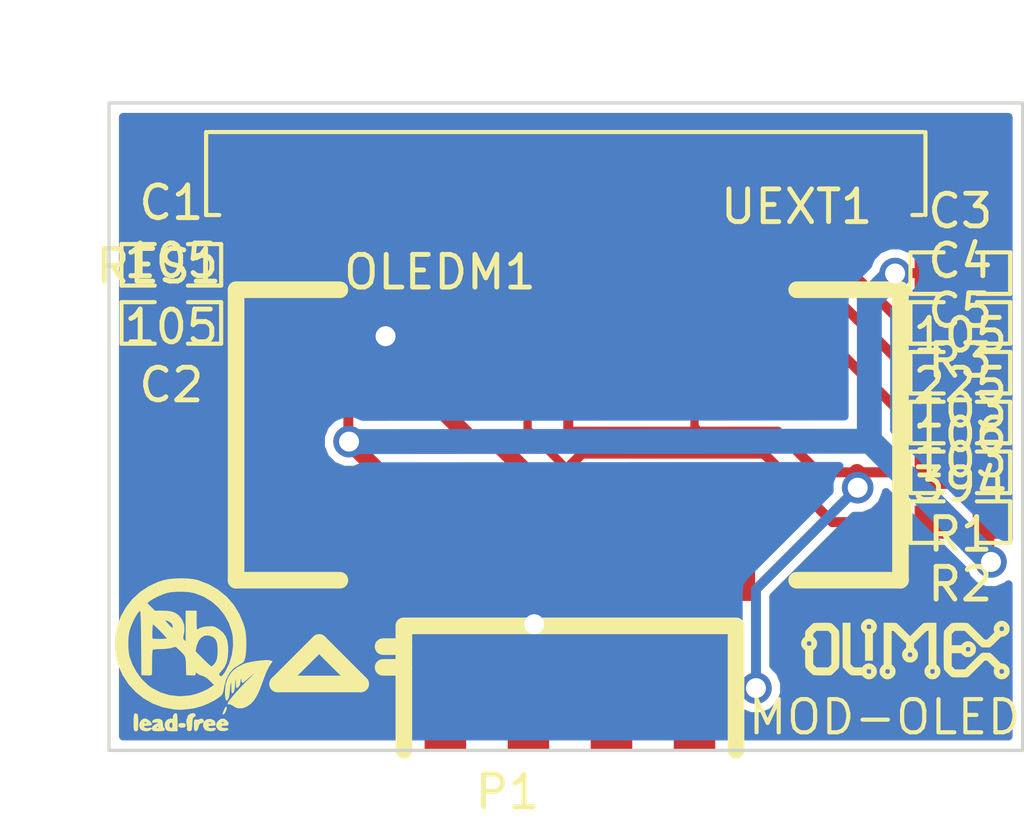
<source format=kicad_pcb>
(kicad_pcb (version 4) (host pcbnew 0.201503090816+5484~22~ubuntu14.10.1-product)

  (general
    (links 39)
    (no_connects 0)
    (area 177.690667 98.499 209.717028 124.092)
    (thickness 1.6)
    (drawings 5)
    (tracks 181)
    (zones 0)
    (modules 14)
    (nets 22)
  )

  (page A4)
  (layers
    (0 F.Cu signal)
    (31 B.Cu signal)
    (32 B.Adhes user)
    (33 F.Adhes user)
    (34 B.Paste user)
    (35 F.Paste user)
    (36 B.SilkS user)
    (37 F.SilkS user)
    (38 B.Mask user)
    (39 F.Mask user)
    (40 Dwgs.User user)
    (41 Cmts.User user)
    (42 Eco1.User user)
    (43 Eco2.User user)
    (44 Edge.Cuts user)
    (45 Margin user)
    (46 B.CrtYd user)
    (47 F.CrtYd user)
    (48 B.Fab user)
    (49 F.Fab user)
  )

  (setup
    (last_trace_width 0.508)
    (trace_clearance 0.254)
    (zone_clearance 0.254)
    (zone_45_only no)
    (trace_min 0.254)
    (segment_width 0.2)
    (edge_width 0.1)
    (via_size 0.9652)
    (via_drill 0.6096)
    (via_min_size 0.889)
    (via_min_drill 0.508)
    (uvia_size 0.508)
    (uvia_drill 0.127)
    (uvias_allowed no)
    (uvia_min_size 0.508)
    (uvia_min_drill 0.127)
    (pcb_text_width 0.3)
    (pcb_text_size 1.5 1.5)
    (mod_edge_width 0.15)
    (mod_text_size 1 1)
    (mod_text_width 0.15)
    (pad_size 1.27 3.81)
    (pad_drill 0)
    (pad_to_mask_clearance 0)
    (aux_axis_origin 0 0)
    (visible_elements FFFCFF7F)
    (pcbplotparams
      (layerselection 0x01038_80000001)
      (usegerberextensions false)
      (excludeedgelayer true)
      (linewidth 0.100000)
      (plotframeref false)
      (viasonmask false)
      (mode 1)
      (useauxorigin false)
      (hpglpennumber 1)
      (hpglpenspeed 20)
      (hpglpendiameter 15)
      (hpglpenoverlay 2)
      (psnegative false)
      (psa4output false)
      (plotreference false)
      (plotvalue false)
      (plotinvisibletext false)
      (padsonsilk false)
      (subtractmaskfromsilk false)
      (outputformat 1)
      (mirror false)
      (drillshape 0)
      (scaleselection 1)
      (outputdirectory ""))
  )

  (net 0 "")
  (net 1 "Net-(C1-Pad1)")
  (net 2 "Net-(C1-Pad2)")
  (net 3 "Net-(C2-Pad1)")
  (net 4 "Net-(C2-Pad2)")
  (net 5 GND)
  (net 6 "Net-(C4-Pad1)")
  (net 7 "Net-(C5-Pad1)")
  (net 8 /SCL)
  (net 9 /SDA)
  (net 10 "Net-(OLEDM1-Pad26)")
  (net 11 "Net-(OLEDM1-Pad30)")
  (net 12 "Net-(OLEDM1-Pad1)")
  (net 13 /VDD)
  (net 14 "Net-(OLEDM1-Pad7)")
  (net 15 "Net-(OLEDM1-Pad14)")
  (net 16 "Net-(UEXT1-Pad3)")
  (net 17 "Net-(UEXT1-Pad4)")
  (net 18 "Net-(UEXT1-Pad7)")
  (net 19 "Net-(UEXT1-Pad8)")
  (net 20 "Net-(UEXT1-Pad9)")
  (net 21 "Net-(UEXT1-Pad10)")

  (net_class Default "This is the default net class."
    (clearance 0.254)
    (trace_width 0.508)
    (via_dia 0.9652)
    (via_drill 0.6096)
    (uvia_dia 0.508)
    (uvia_drill 0.127)
    (add_net /SCL)
    (add_net /SDA)
    (add_net /VDD)
    (add_net GND)
    (add_net "Net-(C1-Pad1)")
    (add_net "Net-(C1-Pad2)")
    (add_net "Net-(C2-Pad1)")
    (add_net "Net-(C2-Pad2)")
    (add_net "Net-(C4-Pad1)")
    (add_net "Net-(C5-Pad1)")
    (add_net "Net-(OLEDM1-Pad1)")
    (add_net "Net-(OLEDM1-Pad14)")
    (add_net "Net-(OLEDM1-Pad26)")
    (add_net "Net-(OLEDM1-Pad30)")
    (add_net "Net-(OLEDM1-Pad7)")
    (add_net "Net-(UEXT1-Pad10)")
    (add_net "Net-(UEXT1-Pad3)")
    (add_net "Net-(UEXT1-Pad4)")
    (add_net "Net-(UEXT1-Pad7)")
    (add_net "Net-(UEXT1-Pad8)")
    (add_net "Net-(UEXT1-Pad9)")
  )

  (module kicad_wrk:C_0603 (layer F.Cu) (tedit 54FED859) (tstamp 55002BF0)
    (at 183.134 106.934)
    (descr "Resistor SMD 0603, reflow soldering, Vishay (see dcrcw.pdf)")
    (tags "resistor 0603")
    (path /54FFF928)
    (attr smd)
    (fp_text reference C1 (at 0 -1.9) (layer F.SilkS)
      (effects (font (size 1 1) (thickness 0.15)))
    )
    (fp_text value 105 (at 0 1.9) (layer F.SilkS)
      (effects (font (size 1 1) (thickness 0.15)))
    )
    (fp_line (start 0.508 -0.635) (end 1.524 -0.635) (layer F.SilkS) (width 0.127))
    (fp_line (start 1.524 -0.635) (end 1.524 0.635) (layer F.SilkS) (width 0.127))
    (fp_line (start 1.524 0.635) (end 0.508 0.635) (layer F.SilkS) (width 0.127))
    (fp_line (start -1.524 -0.635) (end -1.524 0.635) (layer F.SilkS) (width 0.127))
    (fp_line (start -1.524 0.635) (end -0.508 0.635) (layer F.SilkS) (width 0.127))
    (fp_line (start -1.524 -0.635) (end -0.508 -0.635) (layer F.SilkS) (width 0.127))
    (pad 1 smd rect (at -0.889 0) (size 1.016 1.016) (layers F.Cu F.Paste F.Mask)
      (net 1 "Net-(C1-Pad1)"))
    (pad 2 smd rect (at 0.889 0) (size 1.016 1.016) (layers F.Cu F.Paste F.Mask)
      (net 2 "Net-(C1-Pad2)"))
    (model Resistors_SMD/R_0603.wrl
      (at (xyz 0 0 0))
      (scale (xyz 1 1 1))
      (rotate (xyz 0 0 0))
    )
  )

  (module kicad_wrk:C_0603 (layer F.Cu) (tedit 54FED859) (tstamp 55002BE3)
    (at 183.134 108.712 180)
    (descr "Resistor SMD 0603, reflow soldering, Vishay (see dcrcw.pdf)")
    (tags "resistor 0603")
    (path /54FFF953)
    (attr smd)
    (fp_text reference C2 (at 0 -1.9 180) (layer F.SilkS)
      (effects (font (size 1 1) (thickness 0.15)))
    )
    (fp_text value 105 (at 0 1.9 180) (layer F.SilkS)
      (effects (font (size 1 1) (thickness 0.15)))
    )
    (fp_line (start 0.508 -0.635) (end 1.524 -0.635) (layer F.SilkS) (width 0.127))
    (fp_line (start 1.524 -0.635) (end 1.524 0.635) (layer F.SilkS) (width 0.127))
    (fp_line (start 1.524 0.635) (end 0.508 0.635) (layer F.SilkS) (width 0.127))
    (fp_line (start -1.524 -0.635) (end -1.524 0.635) (layer F.SilkS) (width 0.127))
    (fp_line (start -1.524 0.635) (end -0.508 0.635) (layer F.SilkS) (width 0.127))
    (fp_line (start -1.524 -0.635) (end -0.508 -0.635) (layer F.SilkS) (width 0.127))
    (pad 1 smd rect (at -0.889 0 180) (size 1.016 1.016) (layers F.Cu F.Paste F.Mask)
      (net 3 "Net-(C2-Pad1)"))
    (pad 2 smd rect (at 0.889 0 180) (size 1.016 1.016) (layers F.Cu F.Paste F.Mask)
      (net 4 "Net-(C2-Pad2)"))
    (model Resistors_SMD/R_0603.wrl
      (at (xyz 0 0 0))
      (scale (xyz 1 1 1))
      (rotate (xyz 0 0 0))
    )
  )

  (module kicad_wrk:C_0603 (layer F.Cu) (tedit 54FED859) (tstamp 55002BD6)
    (at 207.264 107.188)
    (descr "Resistor SMD 0603, reflow soldering, Vishay (see dcrcw.pdf)")
    (tags "resistor 0603")
    (path /54FFF96D)
    (attr smd)
    (fp_text reference C3 (at 0 -1.9) (layer F.SilkS)
      (effects (font (size 1 1) (thickness 0.15)))
    )
    (fp_text value 105 (at 0 1.9) (layer F.SilkS)
      (effects (font (size 1 1) (thickness 0.15)))
    )
    (fp_line (start 0.508 -0.635) (end 1.524 -0.635) (layer F.SilkS) (width 0.127))
    (fp_line (start 1.524 -0.635) (end 1.524 0.635) (layer F.SilkS) (width 0.127))
    (fp_line (start 1.524 0.635) (end 0.508 0.635) (layer F.SilkS) (width 0.127))
    (fp_line (start -1.524 -0.635) (end -1.524 0.635) (layer F.SilkS) (width 0.127))
    (fp_line (start -1.524 0.635) (end -0.508 0.635) (layer F.SilkS) (width 0.127))
    (fp_line (start -1.524 -0.635) (end -0.508 -0.635) (layer F.SilkS) (width 0.127))
    (pad 1 smd rect (at -0.889 0) (size 1.016 1.016) (layers F.Cu F.Paste F.Mask)
      (net 13 /VDD))
    (pad 2 smd rect (at 0.889 0) (size 1.016 1.016) (layers F.Cu F.Paste F.Mask)
      (net 5 GND))
    (model Resistors_SMD/R_0603.wrl
      (at (xyz 0 0 0))
      (scale (xyz 1 1 1))
      (rotate (xyz 0 0 0))
    )
  )

  (module kicad_wrk:C_0603 (layer F.Cu) (tedit 54FED859) (tstamp 55002BC9)
    (at 207.264 108.712)
    (descr "Resistor SMD 0603, reflow soldering, Vishay (see dcrcw.pdf)")
    (tags "resistor 0603")
    (path /550002D7)
    (attr smd)
    (fp_text reference C4 (at 0 -1.9) (layer F.SilkS)
      (effects (font (size 1 1) (thickness 0.15)))
    )
    (fp_text value 225 (at 0 1.9) (layer F.SilkS)
      (effects (font (size 1 1) (thickness 0.15)))
    )
    (fp_line (start 0.508 -0.635) (end 1.524 -0.635) (layer F.SilkS) (width 0.127))
    (fp_line (start 1.524 -0.635) (end 1.524 0.635) (layer F.SilkS) (width 0.127))
    (fp_line (start 1.524 0.635) (end 0.508 0.635) (layer F.SilkS) (width 0.127))
    (fp_line (start -1.524 -0.635) (end -1.524 0.635) (layer F.SilkS) (width 0.127))
    (fp_line (start -1.524 0.635) (end -0.508 0.635) (layer F.SilkS) (width 0.127))
    (fp_line (start -1.524 -0.635) (end -0.508 -0.635) (layer F.SilkS) (width 0.127))
    (pad 1 smd rect (at -0.889 0) (size 1.016 1.016) (layers F.Cu F.Paste F.Mask)
      (net 6 "Net-(C4-Pad1)"))
    (pad 2 smd rect (at 0.889 0) (size 1.016 1.016) (layers F.Cu F.Paste F.Mask)
      (net 5 GND))
    (model Resistors_SMD/R_0603.wrl
      (at (xyz 0 0 0))
      (scale (xyz 1 1 1))
      (rotate (xyz 0 0 0))
    )
  )

  (module kicad_wrk:C_0603 (layer F.Cu) (tedit 54FED859) (tstamp 55002BBC)
    (at 207.264 110.236)
    (descr "Resistor SMD 0603, reflow soldering, Vishay (see dcrcw.pdf)")
    (tags "resistor 0603")
    (path /5500030A)
    (attr smd)
    (fp_text reference C5 (at 0 -1.9) (layer F.SilkS)
      (effects (font (size 1 1) (thickness 0.15)))
    )
    (fp_text value 106 (at 0 1.9) (layer F.SilkS)
      (effects (font (size 1 1) (thickness 0.15)))
    )
    (fp_line (start 0.508 -0.635) (end 1.524 -0.635) (layer F.SilkS) (width 0.127))
    (fp_line (start 1.524 -0.635) (end 1.524 0.635) (layer F.SilkS) (width 0.127))
    (fp_line (start 1.524 0.635) (end 0.508 0.635) (layer F.SilkS) (width 0.127))
    (fp_line (start -1.524 -0.635) (end -1.524 0.635) (layer F.SilkS) (width 0.127))
    (fp_line (start -1.524 0.635) (end -0.508 0.635) (layer F.SilkS) (width 0.127))
    (fp_line (start -1.524 -0.635) (end -0.508 -0.635) (layer F.SilkS) (width 0.127))
    (pad 1 smd rect (at -0.889 0) (size 1.016 1.016) (layers F.Cu F.Paste F.Mask)
      (net 7 "Net-(C5-Pad1)"))
    (pad 2 smd rect (at 0.889 0) (size 1.016 1.016) (layers F.Cu F.Paste F.Mask)
      (net 5 GND))
    (model Resistors_SMD/R_0603.wrl
      (at (xyz 0 0 0))
      (scale (xyz 1 1 1))
      (rotate (xyz 0 0 0))
    )
  )

  (module kicad_wrk:R_0603 (layer F.Cu) (tedit 54FED845) (tstamp 55002B83)
    (at 207.264 113.284 180)
    (descr "Resistor SMD 0603, reflow soldering, Vishay (see dcrcw.pdf)")
    (tags "resistor 0603")
    (path /55000351)
    (attr smd)
    (fp_text reference R1 (at 0 -1.9 180) (layer F.SilkS)
      (effects (font (size 1 1) (thickness 0.15)))
    )
    (fp_text value 103 (at 0 1.9 180) (layer F.SilkS)
      (effects (font (size 1 1) (thickness 0.15)))
    )
    (fp_line (start 0.508 -0.635) (end 1.524 -0.635) (layer F.SilkS) (width 0.127))
    (fp_line (start 1.524 -0.635) (end 1.524 0.635) (layer F.SilkS) (width 0.127))
    (fp_line (start 1.524 0.635) (end 0.508 0.635) (layer F.SilkS) (width 0.127))
    (fp_line (start -1.524 -0.635) (end -1.524 0.635) (layer F.SilkS) (width 0.127))
    (fp_line (start -1.524 0.635) (end -0.508 0.635) (layer F.SilkS) (width 0.127))
    (fp_line (start -1.524 -0.635) (end -0.508 -0.635) (layer F.SilkS) (width 0.127))
    (pad 1 smd rect (at -0.889 0 180) (size 1.016 1.016) (layers F.Cu F.Paste F.Mask)
      (net 13 /VDD))
    (pad 2 smd rect (at 0.889 0 180) (size 1.016 1.016) (layers F.Cu F.Paste F.Mask)
      (net 9 /SDA))
    (model Resistors_SMD/R_0603.wrl
      (at (xyz 0 0 0))
      (scale (xyz 1 1 1))
      (rotate (xyz 0 0 0))
    )
  )

  (module kicad_wrk:R_0603 (layer F.Cu) (tedit 54FED845) (tstamp 55002B76)
    (at 207.264 114.808 180)
    (descr "Resistor SMD 0603, reflow soldering, Vishay (see dcrcw.pdf)")
    (tags "resistor 0603")
    (path /5500037B)
    (attr smd)
    (fp_text reference R2 (at 0 -1.9 180) (layer F.SilkS)
      (effects (font (size 1 1) (thickness 0.15)))
    )
    (fp_text value 103 (at 0 1.9 180) (layer F.SilkS)
      (effects (font (size 1 1) (thickness 0.15)))
    )
    (fp_line (start 0.508 -0.635) (end 1.524 -0.635) (layer F.SilkS) (width 0.127))
    (fp_line (start 1.524 -0.635) (end 1.524 0.635) (layer F.SilkS) (width 0.127))
    (fp_line (start 1.524 0.635) (end 0.508 0.635) (layer F.SilkS) (width 0.127))
    (fp_line (start -1.524 -0.635) (end -1.524 0.635) (layer F.SilkS) (width 0.127))
    (fp_line (start -1.524 0.635) (end -0.508 0.635) (layer F.SilkS) (width 0.127))
    (fp_line (start -1.524 -0.635) (end -0.508 -0.635) (layer F.SilkS) (width 0.127))
    (pad 1 smd rect (at -0.889 0 180) (size 1.016 1.016) (layers F.Cu F.Paste F.Mask)
      (net 13 /VDD))
    (pad 2 smd rect (at 0.889 0 180) (size 1.016 1.016) (layers F.Cu F.Paste F.Mask)
      (net 8 /SCL))
    (model Resistors_SMD/R_0603.wrl
      (at (xyz 0 0 0))
      (scale (xyz 1 1 1))
      (rotate (xyz 0 0 0))
    )
  )

  (module kicad_wrk:R_0603 (layer F.Cu) (tedit 54FED845) (tstamp 55002B69)
    (at 207.264 111.76)
    (descr "Resistor SMD 0603, reflow soldering, Vishay (see dcrcw.pdf)")
    (tags "resistor 0603")
    (path /5500032C)
    (attr smd)
    (fp_text reference R3 (at 0 -1.9) (layer F.SilkS)
      (effects (font (size 1 1) (thickness 0.15)))
    )
    (fp_text value 394 (at 0 1.9) (layer F.SilkS)
      (effects (font (size 1 1) (thickness 0.15)))
    )
    (fp_line (start 0.508 -0.635) (end 1.524 -0.635) (layer F.SilkS) (width 0.127))
    (fp_line (start 1.524 -0.635) (end 1.524 0.635) (layer F.SilkS) (width 0.127))
    (fp_line (start 1.524 0.635) (end 0.508 0.635) (layer F.SilkS) (width 0.127))
    (fp_line (start -1.524 -0.635) (end -1.524 0.635) (layer F.SilkS) (width 0.127))
    (fp_line (start -1.524 0.635) (end -0.508 0.635) (layer F.SilkS) (width 0.127))
    (fp_line (start -1.524 -0.635) (end -0.508 -0.635) (layer F.SilkS) (width 0.127))
    (pad 1 smd rect (at -0.889 0) (size 1.016 1.016) (layers F.Cu F.Paste F.Mask)
      (net 10 "Net-(OLEDM1-Pad26)"))
    (pad 2 smd rect (at 0.889 0) (size 1.016 1.016) (layers F.Cu F.Paste F.Mask)
      (net 5 GND))
    (model Resistors_SMD/R_0603.wrl
      (at (xyz 0 0 0))
      (scale (xyz 1 1 1))
      (rotate (xyz 0 0 0))
    )
  )

  (module kicad_wrk:UEXTM-SMD (layer F.Cu) (tedit 550005FD) (tstamp 55002E29)
    (at 195.2752 112.141 180)
    (path /54FFFC38)
    (fp_text reference UEXT1 (at -6.985 6.985 180) (layer F.SilkS)
      (effects (font (size 1 1) (thickness 0.15)))
    )
    (fp_text value CONN_02X05 (at 6.35 6.985 180) (layer F.Fab)
      (effects (font (size 1 1) (thickness 0.15)))
    )
    (fp_line (start 6.35 -7.62) (end 8.89 -7.62) (layer F.SilkS) (width 0.508))
    (fp_line (start 8.89 -7.62) (end 7.62 -6.35) (layer F.SilkS) (width 0.508))
    (fp_line (start 7.62 -6.35) (end 6.35 -7.62) (layer F.SilkS) (width 0.508))
    (fp_line (start -10.16 -4.445) (end -6.985 -4.445) (layer F.SilkS) (width 0.508))
    (fp_line (start 10.16 -4.445) (end 6.985 -4.445) (layer F.SilkS) (width 0.508))
    (fp_line (start 6.985 4.445) (end 10.16 4.445) (layer F.SilkS) (width 0.508))
    (fp_line (start -10.16 4.445) (end -6.985 4.445) (layer F.SilkS) (width 0.508))
    (fp_line (start -10.16 -4.445) (end -10.16 4.445) (layer F.SilkS) (width 0.508))
    (fp_line (start 10.16 -4.445) (end 10.16 4.445) (layer F.SilkS) (width 0.508))
    (pad 1 smd rect (at 5.08 -3.175 180) (size 1.27 3.81) (layers F.Cu F.Paste F.Mask)
      (net 13 /VDD))
    (pad 2 smd rect (at 5.08 3.175 180) (size 1.27 3.81) (layers F.Cu F.Paste F.Mask)
      (net 5 GND))
    (pad 3 smd rect (at 2.54 -3.175 180) (size 1.27 3.81) (layers F.Cu F.Paste F.Mask)
      (net 16 "Net-(UEXT1-Pad3)"))
    (pad 4 smd rect (at 2.54 3.175 180) (size 1.27 3.81) (layers F.Cu F.Paste F.Mask)
      (net 17 "Net-(UEXT1-Pad4)"))
    (pad 5 smd rect (at 0 -3.175 180) (size 1.27 3.81) (layers F.Cu F.Paste F.Mask)
      (net 8 /SCL))
    (pad 6 smd rect (at 0 3.175 180) (size 1.27 3.81) (layers F.Cu F.Paste F.Mask)
      (net 9 /SDA))
    (pad 7 smd rect (at -2.54 -3.175 180) (size 1.27 3.81) (layers F.Cu F.Paste F.Mask)
      (net 18 "Net-(UEXT1-Pad7)"))
    (pad 8 smd rect (at -2.54 3.175 180) (size 1.27 3.81) (layers F.Cu F.Paste F.Mask)
      (net 19 "Net-(UEXT1-Pad8)"))
    (pad 9 smd rect (at -5.08 -3.175 180) (size 1.27 3.81) (layers F.Cu F.Paste F.Mask)
      (net 20 "Net-(UEXT1-Pad9)"))
    (pad 10 smd rect (at -5.08 3.175 180) (size 1.27 3.81) (layers F.Cu F.Paste F.Mask)
      (net 21 "Net-(UEXT1-Pad10)"))
  )

  (module kicad_wrk:LOGO_OLIMEX_80 (layer F.Cu) (tedit 54FEAC7E) (tstamp 55002B53)
    (at 205.5876 118.6942)
    (fp_text reference G*** (at 0 0) (layer F.SilkS) hide
      (effects (font (thickness 0.3)))
    )
    (fp_text value LOGO (at 0.75 0) (layer F.SilkS) hide
      (effects (font (thickness 0.3)))
    )
    (fp_poly (pts (xy -0.879158 0.672094) (xy -0.881346 0.720273) (xy -0.891306 0.763558) (xy -0.897255 0.777742)
      (xy -0.920793 0.814381) (xy -0.953539 0.850932) (xy -0.99044 0.88235) (xy -1.020578 0.9009)
      (xy -1.04394 0.90874) (xy -1.04394 0.68199) (xy -1.047007 0.647795) (xy -1.057575 0.625738)
      (xy -1.077698 0.613723) (xy -1.109429 0.609655) (xy -1.114874 0.6096) (xy -1.140529 0.611375)
      (xy -1.161358 0.615908) (xy -1.168632 0.619329) (xy -1.181853 0.637325) (xy -1.188833 0.663871)
      (xy -1.189563 0.693647) (xy -1.184032 0.72133) (xy -1.172232 0.741597) (xy -1.168862 0.744483)
      (xy -1.148757 0.752266) (xy -1.121251 0.754816) (xy -1.09248 0.752429) (xy -1.06858 0.745406)
      (xy -1.05918 0.73914) (xy -1.049325 0.724456) (xy -1.044725 0.702999) (xy -1.04394 0.68199)
      (xy -1.04394 0.90874) (xy -1.056554 0.912973) (xy -1.099649 0.919359) (xy -1.143567 0.9197)
      (xy -1.18201 0.913637) (xy -1.19127 0.910617) (xy -1.222768 0.895013) (xy -1.255897 0.872825)
      (xy -1.28544 0.847987) (xy -1.306183 0.824432) (xy -1.30683 0.823459) (xy -1.32207 0.800144)
      (xy -1.48424 0.800122) (xy -1.543508 0.799844) (xy -1.589414 0.798956) (xy -1.623824 0.797349)
      (xy -1.648609 0.794914) (xy -1.665637 0.791544) (xy -1.672555 0.789176) (xy -1.687884 0.77954)
      (xy -1.711138 0.760971) (xy -1.740051 0.73567) (xy -1.772357 0.70584) (xy -1.805792 0.673686)
      (xy -1.83809 0.641409) (xy -1.866985 0.611213) (xy -1.890212 0.5853) (xy -1.905505 0.565874)
      (xy -1.909864 0.55841) (xy -1.911727 0.551664) (xy -1.913363 0.540195) (xy -1.914787 0.523117)
      (xy -1.916012 0.499543) (xy -1.917049 0.468586) (xy -1.917914 0.429358) (xy -1.918619 0.380974)
      (xy -1.919178 0.322546) (xy -1.919603 0.253186) (xy -1.919909 0.172009) (xy -1.920108 0.078128)
      (xy -1.920213 -0.029346) (xy -1.92024 -0.133105) (xy -1.92024 -0.8001) (xy -1.80213 -0.8001)
      (xy -1.68402 -0.8001) (xy -1.68402 -0.169341) (xy -1.68402 0.461419) (xy -1.632394 0.512649)
      (xy -1.580768 0.56388) (xy -1.451419 0.563858) (xy -1.32207 0.563836) (xy -1.30683 0.540521)
      (xy -1.287434 0.518018) (xy -1.259043 0.493525) (xy -1.226719 0.470942) (xy -1.195523 0.454166)
      (xy -1.193597 0.453345) (xy -1.154747 0.44349) (xy -1.109329 0.441731) (xy -1.063493 0.447766)
      (xy -1.023389 0.461292) (xy -1.022417 0.461771) (xy -0.977989 0.490317) (xy -0.937499 0.528143)
      (xy -0.905754 0.570504) (xy -0.898008 0.584683) (xy -0.88472 0.624928) (xy -0.879158 0.672094)
      (xy -0.879158 0.672094)) (layer F.SilkS) (width 0.009))
    (fp_poly (pts (xy 1.065057 0.657021) (xy 1.064454 0.705796) (xy 1.05517 0.752946) (xy 1.045576 0.777742)
      (xy 1.022415 0.814127) (xy 0.989912 0.850594) (xy 0.953084 0.882112) (xy 0.922522 0.901065)
      (xy 0.89916 0.908681) (xy 0.89916 0.68199) (xy 0.896093 0.647795) (xy 0.885525 0.625738)
      (xy 0.865402 0.613723) (xy 0.833671 0.609655) (xy 0.828226 0.6096) (xy 0.802571 0.611375)
      (xy 0.781742 0.615908) (xy 0.774468 0.619329) (xy 0.761247 0.637325) (xy 0.754267 0.663871)
      (xy 0.753537 0.693647) (xy 0.759068 0.72133) (xy 0.770868 0.741597) (xy 0.774238 0.744483)
      (xy 0.794343 0.752266) (xy 0.821849 0.754816) (xy 0.85062 0.752429) (xy 0.87452 0.745406)
      (xy 0.88392 0.73914) (xy 0.893775 0.724456) (xy 0.898375 0.702999) (xy 0.89916 0.68199)
      (xy 0.89916 0.908681) (xy 0.882719 0.914041) (xy 0.835735 0.919235) (xy 0.787475 0.916672)
      (xy 0.74385 0.906373) (xy 0.729463 0.900312) (xy 0.686301 0.872247) (xy 0.646304 0.833753)
      (xy 0.614119 0.78957) (xy 0.605835 0.774204) (xy 0.591288 0.731365) (xy 0.585474 0.683759)
      (xy 0.588683 0.637372) (xy 0.597649 0.605862) (xy 0.61422 0.574163) (xy 0.636769 0.541285)
      (xy 0.661444 0.512253) (xy 0.684396 0.492092) (xy 0.685301 0.49149) (xy 0.708616 0.47625)
      (xy 0.708638 -0.043815) (xy 0.70866 -0.56388) (xy 0.676219 -0.56388) (xy 0.667486 -0.563673)
      (xy 0.659286 -0.562356) (xy 0.650402 -0.558888) (xy 0.639618 -0.552225) (xy 0.625714 -0.541327)
      (xy 0.607476 -0.52515) (xy 0.583683 -0.502653) (xy 0.553121 -0.472792) (xy 0.514571 -0.434527)
      (xy 0.466816 -0.386814) (xy 0.451429 -0.37142) (xy 0.25908 -0.17896) (xy 0.259102 -0.106625)
      (xy 0.259267 -0.073001) (xy 0.260354 -0.051158) (xy 0.263283 -0.037639) (xy 0.268977 -0.028985)
      (xy 0.278356 -0.021737) (xy 0.282439 -0.01905) (xy 0.307862 0.003062) (xy 0.333698 0.034597)
      (xy 0.356162 0.070331) (xy 0.370732 0.10282) (xy 0.379257 0.146481) (xy 0.378654 0.195256)
      (xy 0.36937 0.242406) (xy 0.359776 0.267202) (xy 0.336615 0.303587) (xy 0.304112 0.340053)
      (xy 0.267284 0.371572) (xy 0.236722 0.390524) (xy 0.21336 0.398141) (xy 0.21336 0.17145)
      (xy 0.210293 0.137255) (xy 0.199725 0.115198) (xy 0.179602 0.103183) (xy 0.147871 0.099115)
      (xy 0.142426 0.09906) (xy 0.116771 0.100835) (xy 0.095942 0.105368) (xy 0.088668 0.108789)
      (xy 0.075447 0.126785) (xy 0.068467 0.153331) (xy 0.067737 0.183107) (xy 0.073268 0.21079)
      (xy 0.085068 0.231057) (xy 0.088438 0.233943) (xy 0.108543 0.241726) (xy 0.136049 0.244276)
      (xy 0.16482 0.241889) (xy 0.18872 0.234866) (xy 0.19812 0.2286) (xy 0.207975 0.213916)
      (xy 0.212575 0.192459) (xy 0.21336 0.17145) (xy 0.21336 0.398141) (xy 0.196919 0.403501)
      (xy 0.149935 0.408695) (xy 0.101675 0.406132) (xy 0.05805 0.395833) (xy 0.043664 0.389772)
      (xy 0.000501 0.361707) (xy -0.039496 0.323213) (xy -0.071681 0.27903) (xy -0.079965 0.263664)
      (xy -0.094512 0.220825) (xy -0.100326 0.173219) (xy -0.097117 0.126832) (xy -0.088151 0.095322)
      (xy -0.07158 0.063623) (xy -0.049031 0.030745) (xy -0.024356 0.001713) (xy -0.001404 -0.018448)
      (xy -0.000499 -0.01905) (xy 0.010306 -0.026595) (xy 0.01712 -0.0344) (xy 0.020864 -0.045922)
      (xy 0.02246 -0.064621) (xy 0.022828 -0.093954) (xy 0.022838 -0.106625) (xy 0.02286 -0.17896)
      (xy -0.169489 -0.37142) (xy -0.220076 -0.422001) (xy -0.261113 -0.46284) (xy -0.293817 -0.494978)
      (xy -0.319406 -0.519457) (xy -0.339096 -0.537321) (xy -0.354105 -0.54961) (xy -0.36565 -0.557368)
      (xy -0.374949 -0.561636) (xy -0.383219 -0.563457) (xy -0.391677 -0.563873) (xy -0.394279 -0.56388)
      (xy -0.42672 -0.56388) (xy -0.426698 -0.043815) (xy -0.426676 0.47625) (xy -0.403361 0.49149)
      (xy -0.377938 0.513602) (xy -0.352102 0.545137) (xy -0.329638 0.580871) (xy -0.315068 0.61336)
      (xy -0.306543 0.657021) (xy -0.307146 0.705796) (xy -0.31643 0.752946) (xy -0.326024 0.777742)
      (xy -0.349244 0.814213) (xy -0.381795 0.850694) (xy -0.418633 0.882136) (xy -0.449078 0.9009)
      (xy -0.47244 0.908751) (xy -0.47244 0.68199) (xy -0.475507 0.647795) (xy -0.486075 0.625738)
      (xy -0.506198 0.613723) (xy -0.537929 0.609655) (xy -0.543374 0.6096) (xy -0.569029 0.611375)
      (xy -0.589858 0.615908) (xy -0.597132 0.619329) (xy -0.610353 0.637325) (xy -0.617333 0.663871)
      (xy -0.618063 0.693647) (xy -0.612532 0.72133) (xy -0.600732 0.741597) (xy -0.597362 0.744483)
      (xy -0.577257 0.752266) (xy -0.549751 0.754816) (xy -0.52098 0.752429) (xy -0.49708 0.745406)
      (xy -0.48768 0.73914) (xy -0.477825 0.724456) (xy -0.473225 0.702999) (xy -0.47244 0.68199)
      (xy -0.47244 0.908751) (xy -0.484708 0.912874) (xy -0.527464 0.91929) (xy -0.571083 0.919784)
      (xy -0.609303 0.913993) (xy -0.619326 0.91077) (xy -0.669193 0.884326) (xy -0.714551 0.846044)
      (xy -0.752 0.799288) (xy -0.774177 0.757577) (xy -0.782269 0.726138) (xy -0.785352 0.687049)
      (xy -0.783436 0.647051) (xy -0.776532 0.612885) (xy -0.773951 0.605862) (xy -0.75738 0.574163)
      (xy -0.734831 0.541285) (xy -0.710156 0.512253) (xy -0.687204 0.492092) (xy -0.686299 0.49149)
      (xy -0.662984 0.47625) (xy -0.662962 -0.161925) (xy -0.66294 -0.8001) (xy -0.480556 -0.8001)
      (xy -0.421749 -0.79976) (xy -0.37035 -0.798786) (xy -0.328202 -0.797252) (xy -0.297145 -0.795229)
      (xy -0.279021 -0.792789) (xy -0.276721 -0.79212) (xy -0.266527 -0.785023) (xy -0.246982 -0.768346)
      (xy -0.219439 -0.743357) (xy -0.185252 -0.711326) (xy -0.145776 -0.673519) (xy -0.102363 -0.631205)
      (xy -0.057096 -0.586379) (xy 0.141079 -0.388617) (xy 0.335335 -0.583696) (xy 0.380938 -0.629113)
      (xy 0.424097 -0.671375) (xy 0.463422 -0.709177) (xy 0.497523 -0.741209) (xy 0.525009 -0.766165)
      (xy 0.544491 -0.782736) (xy 0.55411 -0.789437) (xy 0.566272 -0.79306) (xy 0.58513 -0.795828)
      (xy 0.612393 -0.797828) (xy 0.649768 -0.799148) (xy 0.698961 -0.799877) (xy 0.761679 -0.8001)
      (xy 0.761755 -0.8001) (xy 0.94488 -0.8001) (xy 0.944902 -0.161925) (xy 0.944924 0.47625)
      (xy 0.968239 0.49149) (xy 0.993662 0.513602) (xy 1.019498 0.545137) (xy 1.041962 0.580871)
      (xy 1.056532 0.61336) (xy 1.065057 0.657021) (xy 1.065057 0.657021)) (layer F.SilkS) (width 0.009))
    (fp_poly (pts (xy 3.182302 0.672094) (xy 3.180114 0.720273) (xy 3.170154 0.763558) (xy 3.164205 0.777742)
      (xy 3.140667 0.814381) (xy 3.107921 0.850932) (xy 3.07102 0.88235) (xy 3.040882 0.9009)
      (xy 3.01752 0.908751) (xy 3.01752 0.68199) (xy 3.014454 0.647795) (xy 3.003885 0.625738)
      (xy 2.983762 0.613723) (xy 2.952031 0.609655) (xy 2.946586 0.6096) (xy 2.920931 0.611375)
      (xy 2.900102 0.615908) (xy 2.892828 0.619329) (xy 2.879607 0.637325) (xy 2.872627 0.663871)
      (xy 2.871897 0.693647) (xy 2.877428 0.72133) (xy 2.889228 0.741597) (xy 2.892597 0.744483)
      (xy 2.912703 0.752266) (xy 2.940209 0.754816) (xy 2.96898 0.752429) (xy 2.99288 0.745406)
      (xy 3.00228 0.73914) (xy 3.012135 0.724456) (xy 3.016735 0.702999) (xy 3.01752 0.68199)
      (xy 3.01752 0.908751) (xy 3.005252 0.912874) (xy 2.962496 0.91929) (xy 2.918877 0.919784)
      (xy 2.880657 0.913993) (xy 2.870634 0.91077) (xy 2.820767 0.884326) (xy 2.775409 0.846044)
      (xy 2.73796 0.799288) (xy 2.715783 0.757577) (xy 2.707614 0.725803) (xy 2.704589 0.686414)
      (xy 2.706685 0.646131) (xy 2.713879 0.611675) (xy 2.716314 0.605133) (xy 2.72848 0.576015)
      (xy 2.61592 0.463267) (xy 2.503361 0.35052) (xy 2.461311 0.35052) (xy 2.419261 0.35052)
      (xy 2.175465 0.595123) (xy 2.124437 0.646019) (xy 2.075963 0.693788) (xy 2.031248 0.737287)
      (xy 1.991496 0.775369) (xy 1.957911 0.806888) (xy 1.931696 0.830701) (xy 1.914057 0.84566)
      (xy 1.90715 0.850393) (xy 1.891417 0.853808) (xy 1.862922 0.856628) (xy 1.824134 0.858854)
      (xy 1.777518 0.860484) (xy 1.725543 0.861516) (xy 1.670675 0.861948) (xy 1.615381 0.86178)
      (xy 1.562129 0.861009) (xy 1.513386 0.859635) (xy 1.471618 0.857655) (xy 1.439294 0.855069)
      (xy 1.41888 0.851874) (xy 1.41517 0.850684) (xy 1.400549 0.841068) (xy 1.378155 0.822197)
      (xy 1.350192 0.796336) (xy 1.318862 0.765749) (xy 1.286368 0.732703) (xy 1.254914 0.699462)
      (xy 1.226702 0.668293) (xy 1.203935 0.641461) (xy 1.188817 0.621231) (xy 1.184404 0.613375)
      (xy 1.182119 0.600253) (xy 1.18007 0.573392) (xy 1.178257 0.534292) (xy 1.176681 0.484453)
      (xy 1.175342 0.425374) (xy 1.174239 0.358556) (xy 1.173373 0.285497) (xy 1.172744 0.207698)
      (xy 1.172351 0.126658) (xy 1.172194 0.043877) (xy 1.172275 -0.039146) (xy 1.172591 -0.120911)
      (xy 1.173145 -0.199918) (xy 1.173935 -0.274667) (xy 1.174961 -0.34366) (xy 1.176224 -0.405396)
      (xy 1.177724 -0.458375) (xy 1.17946 -0.501099) (xy 1.181433 -0.532067) (xy 1.183642 -0.549779)
      (xy 1.184404 -0.552415) (xy 1.19404 -0.567744) (xy 1.212609 -0.590998) (xy 1.23791 -0.619911)
      (xy 1.267739 -0.652217) (xy 1.299894 -0.685652) (xy 1.332171 -0.71795) (xy 1.362367 -0.746845)
      (xy 1.38828 -0.770072) (xy 1.407706 -0.785365) (xy 1.41517 -0.789724) (xy 1.431101 -0.793119)
      (xy 1.459757 -0.795907) (xy 1.498674 -0.798087) (xy 1.545382 -0.799661) (xy 1.597415 -0.800631)
      (xy 1.652307 -0.800999) (xy 1.707589 -0.800765) (xy 1.760794 -0.799932) (xy 1.809456 -0.7985)
      (xy 1.851107 -0.796471) (xy 1.883281 -0.793847) (xy 1.903509 -0.790628) (xy 1.90715 -0.789433)
      (xy 1.917514 -0.781921) (xy 1.937362 -0.764691) (xy 1.96549 -0.738888) (xy 2.000695 -0.705657)
      (xy 2.041772 -0.666145) (xy 2.087517 -0.621496) (xy 2.136727 -0.572856) (xy 2.175465 -0.534163)
      (xy 2.419261 -0.28956) (xy 2.461311 -0.28956) (xy 2.503361 -0.28956) (xy 2.61592 -0.402308)
      (xy 2.72848 -0.515055) (xy 2.716314 -0.544173) (xy 2.705577 -0.586339) (xy 2.704378 -0.63419)
      (xy 2.71244 -0.681756) (xy 2.724195 -0.713244) (xy 2.755079 -0.76138) (xy 2.796527 -0.804333)
      (xy 2.843901 -0.837431) (xy 2.851217 -0.841249) (xy 2.900737 -0.857898) (xy 2.954213 -0.862044)
      (xy 3.006887 -0.853685) (xy 3.039043 -0.841249) (xy 3.083471 -0.812703) (xy 3.123961 -0.774877)
      (xy 3.155706 -0.732516) (xy 3.163452 -0.718337) (xy 3.173498 -0.694074) (xy 3.179052 -0.668741)
      (xy 3.181201 -0.636441) (xy 3.18135 -0.62103) (xy 3.177866 -0.571049) (xy 3.166083 -0.529556)
      (xy 3.144006 -0.491811) (xy 3.111366 -0.454794) (xy 3.064104 -0.416187) (xy 3.01752 -0.393966)
      (xy 3.01752 -0.62103) (xy 3.014454 -0.655225) (xy 3.003885 -0.677282) (xy 2.983762 -0.689297)
      (xy 2.952031 -0.693365) (xy 2.946586 -0.69342) (xy 2.920931 -0.691645) (xy 2.900102 -0.687112)
      (xy 2.892828 -0.683691) (xy 2.879607 -0.665695) (xy 2.872627 -0.639149) (xy 2.871897 -0.609373)
      (xy 2.877428 -0.58169) (xy 2.889228 -0.561423) (xy 2.892597 -0.558537) (xy 2.912703 -0.550754)
      (xy 2.940209 -0.548204) (xy 2.96898 -0.550591) (xy 2.99288 -0.557614) (xy 3.00228 -0.56388)
      (xy 3.012135 -0.578564) (xy 3.016735 -0.600021) (xy 3.01752 -0.62103) (xy 3.01752 -0.393966)
      (xy 3.013808 -0.392195) (xy 2.964594 -0.382654) (xy 2.92227 -0.379491) (xy 2.76606 -0.2244)
      (xy 2.725079 -0.184164) (xy 2.686617 -0.147251) (xy 2.652256 -0.115115) (xy 2.623578 -0.089207)
      (xy 2.602163 -0.070977) (xy 2.589594 -0.061879) (xy 2.588399 -0.061325) (xy 2.569362 -0.05743)
      (xy 2.539132 -0.054803) (xy 2.501425 -0.053406) (xy 2.459957 -0.053199) (xy 2.418445 -0.054145)
      (xy 2.380604 -0.056205) (xy 2.35015 -0.059341) (xy 2.3308 -0.063513) (xy 2.32957 -0.064007)
      (xy 2.319206 -0.071519) (xy 2.299358 -0.088749) (xy 2.27123 -0.114552) (xy 2.236025 -0.147783)
      (xy 2.194948 -0.187295) (xy 2.149203 -0.231944) (xy 2.099993 -0.280584) (xy 2.061255 -0.319277)
      (xy 1.817459 -0.56388) (xy 1.66481 -0.56388) (xy 1.512161 -0.56388) (xy 1.460931 -0.512254)
      (xy 1.4097 -0.460628) (xy 1.4097 -0.287464) (xy 1.4097 -0.1143) (xy 1.560195 -0.114322)
      (xy 1.71069 -0.114344) (xy 1.72593 -0.137659) (xy 1.745326 -0.160163) (xy 1.773717 -0.184655)
      (xy 1.806041 -0.207238) (xy 1.837237 -0.224014) (xy 1.839163 -0.224835) (xy 1.878013 -0.23469)
      (xy 1.923431 -0.236449) (xy 1.969267 -0.230414) (xy 2.009371 -0.216888) (xy 2.010343 -0.216409)
      (xy 2.054771 -0.187863) (xy 2.095261 -0.150037) (xy 2.127006 -0.107676) (xy 2.134752 -0.093497)
      (xy 2.14804 -0.053252) (xy 2.153602 -0.006086) (xy 2.151414 0.042093) (xy 2.141454 0.085378)
      (xy 2.135505 0.099562) (xy 2.112011 0.136149) (xy 2.079355 0.172619) (xy 2.042561 0.203954)
      (xy 2.012182 0.222616) (xy 1.98882 0.230398) (xy 1.98882 0.00381) (xy 1.985754 -0.030385)
      (xy 1.975185 -0.052442) (xy 1.955062 -0.064457) (xy 1.923331 -0.068525) (xy 1.917886 -0.06858)
      (xy 1.892231 -0.066805) (xy 1.871402 -0.062272) (xy 1.864128 -0.058851) (xy 1.850907 -0.040855)
      (xy 1.843927 -0.014309) (xy 1.843197 0.015467) (xy 1.848728 0.04315) (xy 1.860528 0.063417)
      (xy 1.863897 0.066303) (xy 1.884003 0.074086) (xy 1.911509 0.076636) (xy 1.94028 0.074249)
      (xy 1.96418 0.067226) (xy 1.97358 0.06096) (xy 1.983435 0.046276) (xy 1.988035 0.024819)
      (xy 1.98882 0.00381) (xy 1.98882 0.230398) (xy 1.969263 0.236912) (xy 1.92066 0.242798)
      (xy 1.873111 0.239826) (xy 1.8478 0.233572) (xy 1.81286 0.217662) (xy 1.777246 0.194849)
      (xy 1.746185 0.168921) (xy 1.72593 0.145279) (xy 1.71069 0.121964) (xy 1.560195 0.121942)
      (xy 1.4097 0.12192) (xy 1.4097 0.322149) (xy 1.4097 0.522379) (xy 1.461326 0.573609)
      (xy 1.512952 0.62484) (xy 1.665206 0.62484) (xy 1.817459 0.62484) (xy 2.061255 0.380237)
      (xy 2.112283 0.329341) (xy 2.160757 0.281572) (xy 2.205472 0.238073) (xy 2.245224 0.199991)
      (xy 2.278809 0.168471) (xy 2.305024 0.144659) (xy 2.322663 0.1297) (xy 2.32957 0.124967)
      (xy 2.349377 0.120076) (xy 2.380554 0.116587) (xy 2.419296 0.1145) (xy 2.461795 0.113815)
      (xy 2.504248 0.114532) (xy 2.542849 0.116652) (xy 2.573791 0.120174) (xy 2.59295 0.124957)
      (xy 2.60462 0.133043) (xy 2.625292 0.150536) (xy 2.653337 0.175926) (xy 2.687123 0.207701)
      (xy 2.725021 0.244352) (xy 2.765398 0.284368) (xy 2.769799 0.288787) (xy 2.922127 0.44196)
      (xy 2.960707 0.44196) (xy 3.005054 0.448929) (xy 3.05037 0.46836) (xy 3.093514 0.498042)
      (xy 3.131342 0.535763) (xy 3.160713 0.579309) (xy 3.163452 0.584683) (xy 3.17674 0.624928)
      (xy 3.182302 0.672094) (xy 3.182302 0.672094)) (layer F.SilkS) (width 0.009))
    (fp_poly (pts (xy -2.025681 0.010469) (xy -2.025804 0.091315) (xy -2.026172 0.170484) (xy -2.026785 0.246439)
      (xy -2.027644 0.317645) (xy -2.028749 0.382565) (xy -2.0301 0.439665) (xy -2.031699 0.487407)
      (xy -2.033545 0.524258) (xy -2.035639 0.54868) (xy -2.037564 0.55841) (xy -2.046923 0.572554)
      (xy -2.065292 0.594533) (xy -2.090489 0.622183) (xy -2.120328 0.653335) (xy -2.152626 0.685824)
      (xy -2.185198 0.717484) (xy -2.215862 0.746148) (xy -2.242432 0.76965) (xy -2.262726 0.785824)
      (xy -2.26314 0.786073) (xy -2.26314 0.46907) (xy -2.26314 0.004221) (xy -2.26314 -0.460628)
      (xy -2.314371 -0.512254) (xy -2.365601 -0.56388) (xy -2.544684 -0.56388) (xy -2.723768 -0.56388)
      (xy -2.775394 -0.512649) (xy -2.799286 -0.488642) (xy -2.814364 -0.471679) (xy -2.822656 -0.458094)
      (xy -2.826188 -0.44422) (xy -2.826988 -0.426391) (xy -2.826998 -0.419304) (xy -2.826183 -0.394307)
      (xy -2.822334 -0.379224) (xy -2.813293 -0.368757) (xy -2.803661 -0.36195) (xy -2.778993 -0.340557)
      (xy -2.753557 -0.309955) (xy -2.731257 -0.275439) (xy -2.71648 -0.243698) (xy -2.7056 -0.190908)
      (xy -2.708404 -0.136674) (xy -2.723955 -0.083848) (xy -2.751316 -0.035283) (xy -2.789551 0.006166)
      (xy -2.801709 0.015835) (xy -2.8266 0.03429) (xy -2.82681 0.247459) (xy -2.82702 0.460627)
      (xy -2.775789 0.512254) (xy -2.724559 0.56388) (xy -2.541679 0.56388) (xy -2.3588 0.56388)
      (xy -2.31097 0.516475) (xy -2.26314 0.46907) (xy -2.26314 0.786073) (xy -2.273161 0.792102)
      (xy -2.28819 0.794766) (xy -2.316033 0.796904) (xy -2.354405 0.798531) (xy -2.401022 0.79966)
      (xy -2.4536 0.800304) (xy -2.509856 0.800478) (xy -2.567503 0.800195) (xy -2.62426 0.79947)
      (xy -2.67784 0.798314) (xy -2.725961 0.796743) (xy -2.766337 0.79477) (xy -2.796686 0.792409)
      (xy -2.814721 0.789672) (xy -2.817252 0.788842) (xy -2.832298 0.779161) (xy -2.85525 0.760578)
      (xy -2.87274 0.745121) (xy -2.87274 -0.17145) (xy -2.875807 -0.205645) (xy -2.886375 -0.227702)
      (xy -2.906498 -0.239717) (xy -2.938229 -0.243785) (xy -2.943674 -0.24384) (xy -2.969329 -0.242065)
      (xy -2.990158 -0.237532) (xy -2.997432 -0.234111) (xy -3.010653 -0.216115) (xy -3.017633 -0.189569)
      (xy -3.018363 -0.159793) (xy -3.012832 -0.13211) (xy -3.001032 -0.111843) (xy -2.997662 -0.108957)
      (xy -2.977557 -0.101174) (xy -2.950051 -0.098624) (xy -2.92128 -0.101011) (xy -2.89738 -0.108034)
      (xy -2.88798 -0.1143) (xy -2.878125 -0.128984) (xy -2.873525 -0.150441) (xy -2.87274 -0.17145)
      (xy -2.87274 0.745121) (xy -2.883858 0.735295) (xy -2.915873 0.705509) (xy -2.949047 0.673423)
      (xy -2.981128 0.641234) (xy -3.009869 0.611144) (xy -3.03302 0.585352) (xy -3.048331 0.566058)
      (xy -3.052864 0.55841) (xy -3.055891 0.547799) (xy -3.058313 0.530833) (xy -3.060185 0.506081)
      (xy -3.061561 0.472113) (xy -3.062495 0.427498) (xy -3.063042 0.370806) (xy -3.063254 0.300605)
      (xy -3.063262 0.28409) (xy -3.063284 0.03429) (xy -3.086599 0.01905) (xy -3.109387 -0.000608)
      (xy -3.134068 -0.029357) (xy -3.15679 -0.062172) (xy -3.173704 -0.094028) (xy -3.174251 -0.095322)
      (xy -3.182502 -0.127227) (xy -3.185645 -0.166704) (xy -3.183683 -0.206965) (xy -3.176614 -0.241225)
      (xy -3.174251 -0.247578) (xy -3.15768 -0.279277) (xy -3.135131 -0.312155) (xy -3.110456 -0.341187)
      (xy -3.087504 -0.361348) (xy -3.086599 -0.36195) (xy -3.063284 -0.37719) (xy -3.063262 -0.450989)
      (xy -3.062435 -0.485581) (xy -3.060239 -0.516613) (xy -3.057065 -0.539411) (xy -3.055244 -0.546239)
      (xy -3.046782 -0.559575) (xy -3.029189 -0.581051) (xy -3.004585 -0.608527) (xy -2.975092 -0.639868)
      (xy -2.942832 -0.672933) (xy -2.909924 -0.705586) (xy -2.878492 -0.735688) (xy -2.850656 -0.761101)
      (xy -2.828538 -0.779687) (xy -2.814258 -0.789308) (xy -2.81393 -0.789455) (xy -2.798663 -0.792683)
      (xy -2.77048 -0.795387) (xy -2.731695 -0.797566) (xy -2.684623 -0.799218) (xy -2.631579 -0.800344)
      (xy -2.574877 -0.800941) (xy -2.516833 -0.801009) (xy -2.45976 -0.800546) (xy -2.405974 -0.799552)
      (xy -2.35779 -0.798024) (xy -2.317521 -0.795962) (xy -2.287483 -0.793365) (xy -2.269991 -0.790232)
      (xy -2.26861 -0.789724) (xy -2.253989 -0.780108) (xy -2.231595 -0.761237) (xy -2.203632 -0.735376)
      (xy -2.172302 -0.704789) (xy -2.139808 -0.671743) (xy -2.108354 -0.638502) (xy -2.080142 -0.607333)
      (xy -2.057375 -0.580501) (xy -2.042257 -0.560271) (xy -2.037844 -0.552415) (xy -2.035538 -0.539256)
      (xy -2.033473 -0.512417) (xy -2.03165 -0.473435) (xy -2.030069 -0.423844) (xy -2.028729 -0.365181)
      (xy -2.027633 -0.298981) (xy -2.026779 -0.226781) (xy -2.026169 -0.150115) (xy -2.025803 -0.07052)
      (xy -2.025681 0.010469) (xy -2.025681 0.010469)) (layer F.SilkS) (width 0.009))
    (fp_poly (pts (xy -0.877027 -0.677084) (xy -0.884353 -0.623998) (xy -0.90512 -0.572934) (xy -0.923467 -0.545138)
      (xy -0.943238 -0.522204) (xy -0.964684 -0.501389) (xy -0.972909 -0.494705) (xy -0.9978 -0.47625)
      (xy -0.99801 -0.062865) (xy -0.99822 0.35052) (xy -1.04394 0.35052) (xy -1.04394 -0.68199)
      (xy -1.047007 -0.716185) (xy -1.057575 -0.738242) (xy -1.077698 -0.750257) (xy -1.109429 -0.754325)
      (xy -1.114874 -0.75438) (xy -1.140529 -0.752605) (xy -1.161358 -0.748072) (xy -1.168632 -0.744651)
      (xy -1.181853 -0.726655) (xy -1.188833 -0.700109) (xy -1.189563 -0.670333) (xy -1.184032 -0.64265)
      (xy -1.172232 -0.622383) (xy -1.168862 -0.619497) (xy -1.148757 -0.611714) (xy -1.121251 -0.609164)
      (xy -1.09248 -0.611551) (xy -1.06858 -0.618574) (xy -1.05918 -0.62484) (xy -1.049325 -0.639524)
      (xy -1.044725 -0.660981) (xy -1.04394 -0.68199) (xy -1.04394 0.35052) (xy -1.11633 0.35052)
      (xy -1.23444 0.35052) (xy -1.234462 -0.062865) (xy -1.234484 -0.47625) (xy -1.257799 -0.49149)
      (xy -1.280587 -0.511148) (xy -1.305268 -0.539897) (xy -1.32799 -0.572712) (xy -1.344904 -0.604568)
      (xy -1.345451 -0.605862) (xy -1.355908 -0.647135) (xy -1.357114 -0.694301) (xy -1.34936 -0.741375)
      (xy -1.337265 -0.774204) (xy -1.306381 -0.82234) (xy -1.264933 -0.865293) (xy -1.217559 -0.898391)
      (xy -1.210243 -0.902209) (xy -1.160723 -0.918858) (xy -1.107247 -0.923004) (xy -1.054573 -0.914645)
      (xy -1.022417 -0.902209) (xy -0.970933 -0.869287) (xy -0.930093 -0.828295) (xy -0.900456 -0.781252)
      (xy -0.882581 -0.730175) (xy -0.877027 -0.677084) (xy -0.877027 -0.677084)) (layer F.SilkS) (width 0.009))
  )

  (module kicad_wrk:SIP4_SMD (layer F.Cu) (tedit 55003994) (tstamp 55002FF1)
    (at 195.326 119.888)
    (path /550024DD)
    (fp_text reference P1 (at -1.905 3.175) (layer F.SilkS)
      (effects (font (size 1 1) (thickness 0.15)))
    )
    (fp_text value CONN_01X04 (at 3.175 3.175) (layer F.Fab)
      (effects (font (size 1 1) (thickness 0.15)))
    )
    (fp_line (start -5.08 -1.905) (end 5.08 -1.905) (layer F.SilkS) (width 0.508))
    (fp_line (start 5.08 -1.905) (end 5.08 1.905) (layer F.SilkS) (width 0.508))
    (fp_line (start -5.715 -0.635) (end -5.08 -0.635) (layer F.SilkS) (width 0.508))
    (fp_line (start -5.715 -1.27) (end -5.08 -1.27) (layer F.SilkS) (width 0.508))
    (fp_line (start -5.08 1.905) (end -5.08 -1.905) (layer F.SilkS) (width 0.508))
    (pad 1 smd rect (at -3.81 0) (size 1.27 3.81) (layers F.Cu F.Mask)
      (net 13 /VDD))
    (pad 2 smd rect (at -1.27 0) (size 1.27 3.81) (layers F.Cu F.Mask)
      (net 5 GND))
    (pad 3 smd rect (at 1.27 0) (size 1.27 3.81) (layers F.Cu F.Mask)
      (net 8 /SCL))
    (pad 4 smd rect (at 3.81 0) (size 1.27 3.81) (layers F.Cu F.Mask)
      (net 9 /SDA))
  )

  (module kicad_wrk:IROP055-SSD1306Z-PADS-ONLY (layer F.Cu) (tedit 55002A4A) (tstamp 55002DCD)
    (at 195.199 105.41)
    (path /54FFF903)
    (fp_text reference OLEDM1 (at -3.85 1.75) (layer F.SilkS)
      (effects (font (size 1 1) (thickness 0.15)))
    )
    (fp_text value IROP055 (at 4.9 1.75) (layer F.Fab)
      (effects (font (size 1 1) (thickness 0.15)))
    )
    (fp_line (start -10.922 -2.54) (end 10.922 -2.54) (layer F.SilkS) (width 0.127))
    (fp_line (start 10.9 0) (end 10.6 0) (layer F.SilkS) (width 0.127))
    (fp_line (start -11 0) (end -10.6 0) (layer F.SilkS) (width 0.127))
    (fp_line (start 11 -2.54) (end 11 0) (layer F.SilkS) (width 0.127))
    (fp_line (start -11 0) (end -11 -2.54) (layer F.SilkS) (width 0.127))
    (pad 16 smd rect (at 0.35 -0.7) (size 0.4 2.54) (layers F.Cu F.Paste F.Mask)
      (net 5 GND))
    (pad 17 smd rect (at 1.05 -0.7) (size 0.4 2.54) (layers F.Cu F.Paste F.Mask)
      (net 5 GND))
    (pad 18 smd rect (at 1.75 -0.7) (size 0.4 2.54) (layers F.Cu F.Paste F.Mask)
      (net 8 /SCL))
    (pad 19 smd rect (at 2.45 -0.7) (size 0.4 2.54) (layers F.Cu F.Paste F.Mask)
      (net 9 /SDA))
    (pad 20 smd rect (at 3.15 -0.7) (size 0.4 2.54) (layers F.Cu F.Paste F.Mask)
      (net 9 /SDA))
    (pad 21 smd rect (at 3.85 -0.7) (size 0.4 2.54) (layers F.Cu F.Paste F.Mask)
      (net 5 GND))
    (pad 22 smd rect (at 4.55 -0.7) (size 0.4 2.54) (layers F.Cu F.Paste F.Mask)
      (net 5 GND))
    (pad 23 smd rect (at 5.25 -0.7) (size 0.4 2.54) (layers F.Cu F.Paste F.Mask)
      (net 5 GND))
    (pad 24 smd rect (at 5.95 -0.7) (size 0.4 2.54) (layers F.Cu F.Paste F.Mask)
      (net 5 GND))
    (pad 25 smd rect (at 6.65 -0.7) (size 0.4 2.54) (layers F.Cu F.Paste F.Mask)
      (net 5 GND))
    (pad 26 smd rect (at 7.35 -0.7) (size 0.4 2.54) (layers F.Cu F.Paste F.Mask)
      (net 10 "Net-(OLEDM1-Pad26)"))
    (pad 27 smd rect (at 8.05 -0.7) (size 0.4 2.54) (layers F.Cu F.Paste F.Mask)
      (net 7 "Net-(C5-Pad1)"))
    (pad 28 smd rect (at 8.75 -0.7) (size 0.4 2.54) (layers F.Cu F.Paste F.Mask)
      (net 6 "Net-(C4-Pad1)"))
    (pad 29 smd rect (at 9.45 -0.7) (size 0.4 2.54) (layers F.Cu F.Paste F.Mask)
      (net 5 GND))
    (pad 30 smd rect (at 10.15 -0.7) (size 0.4 2.54) (layers F.Cu F.Paste F.Mask)
      (net 11 "Net-(OLEDM1-Pad30)"))
    (pad 1 smd rect (at -10.15 -0.7) (size 0.4 2.54) (layers F.Cu F.Paste F.Mask)
      (net 12 "Net-(OLEDM1-Pad1)"))
    (pad 2 smd rect (at -9.45 -0.7) (size 0.4 2.54) (layers F.Cu F.Paste F.Mask)
      (net 1 "Net-(C1-Pad1)"))
    (pad 3 smd rect (at -8.75 -0.7) (size 0.4 2.54) (layers F.Cu F.Paste F.Mask)
      (net 2 "Net-(C1-Pad2)"))
    (pad 4 smd rect (at -8.05 -0.7) (size 0.4 2.54) (layers F.Cu F.Paste F.Mask)
      (net 3 "Net-(C2-Pad1)"))
    (pad 5 smd rect (at -7.35 -0.7) (size 0.4 2.54) (layers F.Cu F.Paste F.Mask)
      (net 4 "Net-(C2-Pad2)"))
    (pad 6 smd rect (at -6.65 -0.7) (size 0.4 2.54) (layers F.Cu F.Paste F.Mask)
      (net 13 /VDD))
    (pad 7 smd rect (at -5.95 -0.7) (size 0.4 2.54) (layers F.Cu F.Paste F.Mask)
      (net 14 "Net-(OLEDM1-Pad7)"))
    (pad 8 smd rect (at -5.25 -0.7) (size 0.4 2.54) (layers F.Cu F.Paste F.Mask)
      (net 5 GND))
    (pad 9 smd rect (at -4.55 -0.7) (size 0.4 2.54) (layers F.Cu F.Paste F.Mask)
      (net 13 /VDD))
    (pad 10 smd rect (at -3.85 -0.7) (size 0.4 2.54) (layers F.Cu F.Paste F.Mask)
      (net 5 GND))
    (pad 11 smd rect (at -3.15 -0.7) (size 0.4 2.54) (layers F.Cu F.Paste F.Mask)
      (net 13 /VDD))
    (pad 12 smd rect (at -2.45 -0.7) (size 0.4 2.54) (layers F.Cu F.Paste F.Mask)
      (net 5 GND))
    (pad 13 smd rect (at -1.75 -0.7) (size 0.4 2.54) (layers F.Cu F.Paste F.Mask)
      (net 5 GND))
    (pad 14 smd rect (at -1.05 -0.7) (size 0.4 2.54) (layers F.Cu F.Paste F.Mask)
      (net 15 "Net-(OLEDM1-Pad14)"))
    (pad 15 smd rect (at -0.35 -0.7) (size 0.4 2.54) (layers F.Cu F.Paste F.Mask)
      (net 5 GND))
  )

  (module kicad_wrk:TP (layer F.Cu) (tedit 55003549) (tstamp 55002B5C)
    (at 182.753 103.378 180)
    (descr SIP4)
    (tags SIP4)
    (path /5500146A)
    (fp_text reference RES1 (at 0 -3.6 180) (layer F.SilkS)
      (effects (font (size 1 1) (thickness 0.15)))
    )
    (fp_text value CONN_01X01 (at -0.1 3.7 180) (layer F.SilkS) hide
      (effects (font (size 1 1) (thickness 0.15)))
    )
    (model Housings_SIP/SIP9_Housing.wrl
      (at (xyz 0 0 0))
      (scale (xyz 0.3937 0.3937 0.3937))
      (rotate (xyz 0 0 0))
    )
  )

  (module kicad_wrk:LOGO_PBFREE_33 (layer F.Cu) (tedit 54FEBB9A) (tstamp 55003C73)
    (at 183.6166 118.8466)
    (fp_text reference G*** (at 0 0) (layer F.SilkS) hide
      (effects (font (thickness 0.3)))
    )
    (fp_text value LOGO (at 0.75 0) (layer F.SilkS) hide
      (effects (font (thickness 0.3)))
    )
    (fp_poly (pts (xy -1.50876 2.098489) (xy -1.509715 2.217114) (xy -1.514184 2.290567) (xy -1.524571 2.329542)
      (xy -1.543283 2.344736) (xy -1.56464 2.34696) (xy -1.591391 2.342688) (xy -1.607922 2.322721)
      (xy -1.616663 2.276327) (xy -1.620042 2.192776) (xy -1.62052 2.100157) (xy -1.619088 1.969728)
      (xy -1.613235 1.886611) (xy -1.600625 1.842274) (xy -1.578925 1.828186) (xy -1.547939 1.834984)
      (xy -1.527856 1.857926) (xy -1.515537 1.913796) (xy -1.509694 2.011244) (xy -1.50876 2.098489)
      (xy -1.50876 2.098489)) (layer F.SilkS) (width 0.033))
    (fp_poly (pts (xy -1.08966 2.15011) (xy -1.11463 2.167529) (xy -1.177807 2.177979) (xy -1.20142 2.178821)
      (xy -1.20142 2.092241) (xy -1.223439 2.072384) (xy -1.27055 2.068776) (xy -1.314335 2.081562)
      (xy -1.324742 2.091603) (xy -1.327604 2.126739) (xy -1.324773 2.130474) (xy -1.287992 2.13726)
      (xy -1.237608 2.124021) (xy -1.203811 2.100116) (xy -1.20142 2.092241) (xy -1.20142 2.178821)
      (xy -1.21539 2.17932) (xy -1.303156 2.185918) (xy -1.337957 2.206653) (xy -1.321236 2.242934)
      (xy -1.300354 2.26219) (xy -1.234859 2.282782) (xy -1.168188 2.275948) (xy -1.109256 2.265345)
      (xy -1.095287 2.273477) (xy -1.114585 2.301416) (xy -1.175247 2.336753) (xy -1.260955 2.346765)
      (xy -1.347177 2.331917) (xy -1.40664 2.295865) (xy -1.44529 2.218593) (xy -1.443909 2.132287)
      (xy -1.409015 2.053532) (xy -1.347127 1.998915) (xy -1.28397 1.98374) (xy -1.228625 2.002519)
      (xy -1.164716 2.047662) (xy -1.111857 2.102374) (xy -1.089661 2.149862) (xy -1.08966 2.15011)
      (xy -1.08966 2.15011)) (layer F.SilkS) (width 0.033))
    (fp_poly (pts (xy -0.6985 2.30505) (xy -0.71166 2.329685) (xy -0.758166 2.342739) (xy -0.848558 2.346925)
      (xy -0.861483 2.34696) (xy -0.86614 2.346808) (xy -0.86614 2.231779) (xy -0.872257 2.191416)
      (xy -0.898336 2.199523) (xy -0.90805 2.20726) (xy -0.943173 2.247593) (xy -0.94996 2.266561)
      (xy -0.92728 2.288329) (xy -0.90805 2.29108) (xy -0.874003 2.267473) (xy -0.86614 2.231779)
      (xy -0.86614 2.346808) (xy -0.952457 2.343991) (xy -1.019315 2.336311) (xy -1.043093 2.328333)
      (xy -1.065225 2.274387) (xy -1.040211 2.216686) (xy -0.974246 2.168126) (xy -0.96393 2.163549)
      (xy -0.891001 2.124299) (xy -0.866734 2.092555) (xy -0.890885 2.075312) (xy -0.963206 2.079565)
      (xy -0.966864 2.080237) (xy -1.034329 2.088026) (xy -1.057445 2.07571) (xy -1.055923 2.064138)
      (xy -1.01656 2.023085) (xy -0.945471 1.998449) (xy -0.865741 1.995772) (xy -0.821497 2.007841)
      (xy -0.776227 2.039898) (xy -0.757173 2.093391) (xy -0.75438 2.150781) (xy -0.748214 2.220986)
      (xy -0.732802 2.260182) (xy -0.72644 2.26314) (xy -0.701652 2.28577) (xy -0.6985 2.30505)
      (xy -0.6985 2.30505)) (layer F.SilkS) (width 0.033))
    (fp_poly (pts (xy -0.30734 2.34696) (xy -0.43307 2.34696) (xy -0.43307 2.176992) (xy -0.439659 2.110575)
      (xy -0.465207 2.084272) (xy -0.48895 2.08153) (xy -0.534925 2.104096) (xy -0.555864 2.157787)
      (xy -0.546845 2.221593) (xy -0.528811 2.251639) (xy -0.483603 2.283778) (xy -0.450015 2.264804)
      (xy -0.433759 2.199167) (xy -0.43307 2.176992) (xy -0.43307 2.34696) (xy -0.460027 2.34696)
      (xy -0.555008 2.342746) (xy -0.609973 2.32704) (xy -0.640358 2.29525) (xy -0.641637 2.292917)
      (xy -0.663028 2.225001) (xy -0.67056 2.153861) (xy -0.647143 2.073842) (xy -0.588452 2.013796)
      (xy -0.51183 1.988086) (xy -0.474931 1.991848) (xy -0.434481 1.992682) (xy -0.420087 1.956687)
      (xy -0.4191 1.928234) (xy -0.404539 1.866965) (xy -0.370432 1.829877) (xy -0.33114 1.830805)
      (xy -0.324042 1.836652) (xy -0.316573 1.870338) (xy -0.310829 1.946154) (xy -0.307679 2.050355)
      (xy -0.30734 2.100157) (xy -0.30734 2.34696) (xy -0.30734 2.34696)) (layer F.SilkS) (width 0.033))
    (fp_poly (pts (xy 0.248878 1.860598) (xy 0.237662 1.898927) (xy 0.202565 1.917943) (xy 0.174771 1.936265)
      (xy 0.157896 1.981253) (xy 0.148476 2.064943) (xy 0.145896 2.114852) (xy 0.139797 2.212687)
      (xy 0.131472 2.28803) (xy 0.123292 2.322965) (xy 0.082629 2.345525) (xy 0.032305 2.336177)
      (xy 0.01397 2.31902) (xy 0.007379 2.276097) (xy 0.010606 2.268583) (xy 0.013755 2.229243)
      (xy 0.004465 2.159001) (xy -0.000343 2.135892) (xy -0.011349 2.050429) (xy -0.000078 2.000726)
      (xy 0.001372 1.999131) (xy 0.024465 1.950188) (xy 0.02794 1.92158) (xy 0.052017 1.876707)
      (xy 0.108991 1.840021) (xy 0.175976 1.823004) (xy 0.214368 1.828053) (xy 0.248878 1.860598)
      (xy 0.248878 1.860598)) (layer F.SilkS) (width 0.033))
    (fp_poly (pts (xy 0.497562 2.027466) (xy 0.497169 2.069213) (xy 0.46192 2.094548) (xy 0.450461 2.0955)
      (xy 0.382587 2.1193) (xy 0.341695 2.191272) (xy 0.330767 2.248931) (xy 0.307359 2.318092)
      (xy 0.272415 2.341785) (xy 0.245384 2.339779) (xy 0.230536 2.313089) (xy 0.224432 2.250202)
      (xy 0.22352 2.17811) (xy 0.22482 2.083861) (xy 0.231754 2.033862) (xy 0.248868 2.016494)
      (xy 0.280712 2.020137) (xy 0.284931 2.021222) (xy 0.348954 2.021965) (xy 0.382365 2.007385)
      (xy 0.436852 1.989617) (xy 0.460654 1.993707) (xy 0.497562 2.027466) (xy 0.497562 2.027466)) (layer F.SilkS) (width 0.033))
    (fp_poly (pts (xy 0.86614 2.285871) (xy 0.842113 2.321285) (xy 0.781862 2.341647) (xy 0.703129 2.346398)
      (xy 0.623658 2.334978) (xy 0.561192 2.306827) (xy 0.54916 2.295865) (xy 0.505077 2.214253)
      (xy 0.506556 2.131651) (xy 0.544807 2.060038) (xy 0.611036 2.011396) (xy 0.696454 1.997706)
      (xy 0.756915 2.01273) (xy 0.813429 2.042438) (xy 0.838156 2.067912) (xy 0.8382 2.068664)
      (xy 0.847284 2.112038) (xy 0.855159 2.135125) (xy 0.855853 2.163748) (xy 0.821242 2.176741)
      (xy 0.759018 2.17932) (xy 0.75438 2.179751) (xy 0.75438 2.10947) (xy 0.731221 2.075173)
      (xy 0.700149 2.06756) (xy 0.645385 2.079192) (xy 0.6307 2.10418) (xy 0.661435 2.127659)
      (xy 0.67713 2.131608) (xy 0.729283 2.142564) (xy 0.747395 2.147575) (xy 0.753574 2.128507)
      (xy 0.75438 2.10947) (xy 0.75438 2.179751) (xy 0.669696 2.187622) (xy 0.629318 2.211158)
      (xy 0.64044 2.247869) (xy 0.655753 2.262445) (xy 0.717925 2.282701) (xy 0.781175 2.277361)
      (xy 0.841799 2.271632) (xy 0.866135 2.28555) (xy 0.86614 2.285871) (xy 0.86614 2.285871)) (layer F.SilkS) (width 0.033))
    (fp_poly (pts (xy 1.25424 2.153793) (xy 1.203893 2.178494) (xy 1.157535 2.179542) (xy 1.157535 2.092305)
      (xy 1.120258 2.069933) (xy 1.070679 2.071371) (xy 1.03677 2.093617) (xy 1.03378 2.105595)
      (xy 1.055965 2.132254) (xy 1.103304 2.13034) (xy 1.149686 2.112385) (xy 1.157535 2.092305)
      (xy 1.157535 2.179542) (xy 1.103007 2.180775) (xy 1.094148 2.180086) (xy 1.045839 2.186103)
      (xy 1.038492 2.222165) (xy 1.0392 2.225888) (xy 1.060596 2.260965) (xy 1.114923 2.273745)
      (xy 1.154552 2.273826) (xy 1.226614 2.279414) (xy 1.250035 2.297023) (xy 1.228385 2.31876)
      (xy 1.165232 2.336731) (xy 1.123945 2.341507) (xy 1.030945 2.338036) (xy 0.966403 2.306266)
      (xy 0.951492 2.292612) (xy 0.901407 2.213199) (xy 0.907114 2.131084) (xy 0.96266 2.05232)
      (xy 1.047193 1.994622) (xy 1.129191 1.992542) (xy 1.20142 2.03962) (xy 1.253574 2.107295)
      (xy 1.25424 2.153793) (xy 1.25424 2.153793)) (layer F.SilkS) (width 0.033))
    (fp_poly (pts (xy -0.05588 2.17932) (xy -0.066819 2.217834) (xy -0.109523 2.233373) (xy -0.15367 2.2352)
      (xy -0.221069 2.228949) (xy -0.248264 2.204547) (xy -0.25146 2.17932) (xy -0.240521 2.140806)
      (xy -0.197817 2.125267) (xy -0.15367 2.12344) (xy -0.086271 2.129691) (xy -0.059077 2.154093)
      (xy -0.05588 2.17932) (xy -0.05588 2.17932)) (layer F.SilkS) (width 0.033))
    (fp_poly (pts (xy 1.199092 1.634657) (xy 1.189542 1.69037) (xy 1.161438 1.765216) (xy 1.127287 1.8161)
      (xy 1.10378 1.835308) (xy 1.102646 1.819759) (xy 1.124182 1.761994) (xy 1.130019 1.747685)
      (xy 1.167322 1.664055) (xy 1.191138 1.625616) (xy 1.199092 1.634657) (xy 1.199092 1.634657)) (layer F.SilkS) (width 0.033))
    (fp_poly (pts (xy 1.796549 -0.291998) (xy 1.791805 -0.124914) (xy 1.778947 0.019635) (xy 1.764425 0.100006)
      (xy 1.737462 0.188444) (xy 1.701761 0.242759) (xy 1.640789 0.284161) (xy 1.60801 0.3007)
      (xy 1.427292 0.415167) (xy 1.423 0.419753) (xy 1.423 -0.263566) (xy 1.411178 -0.542953)
      (xy 1.386447 -0.677358) (xy 1.292951 -0.955755) (xy 1.152162 -1.210583) (xy 0.969659 -1.436127)
      (xy 0.75102 -1.626674) (xy 0.501822 -1.776508) (xy 0.227645 -1.879916) (xy 0.207199 -1.885389)
      (xy 0.057814 -1.911688) (xy -0.122344 -1.924567) (xy -0.311383 -1.924) (xy -0.487412 -1.909959)
      (xy -0.614469 -1.886361) (xy -0.742446 -1.843698) (xy -0.88528 -1.782754) (xy -1.022943 -1.713191)
      (xy -1.135404 -1.64467) (xy -1.171107 -1.617866) (xy -1.238584 -1.562184) (xy -1.116395 -1.437682)
      (xy -0.994206 -1.31318) (xy -0.747175 -1.31318) (xy -0.584366 -1.306893) (xy -0.460708 -1.284849)
      (xy -0.360563 -1.242277) (xy -0.268294 -1.174404) (xy -0.255791 -1.163227) (xy -0.160668 -1.040484)
      (xy -0.106206 -0.888489) (xy -0.095464 -0.719327) (xy -0.114028 -0.603281) (xy -0.132028 -0.520717)
      (xy -0.130843 -0.470498) (xy -0.107591 -0.431521) (xy -0.087719 -0.410581) (xy -0.02794 -0.350802)
      (xy -0.02794 -0.831991) (xy -0.02794 -1.31318) (xy 0.124467 -1.31318) (xy 0.276875 -1.31318)
      (xy 0.275193 -1.026795) (xy 0.276063 -0.906938) (xy 0.279745 -0.810198) (xy 0.285599 -0.748663)
      (xy 0.290721 -0.732975) (xy 0.323595 -0.74153) (xy 0.3795 -0.772446) (xy 0.382259 -0.774241)
      (xy 0.463062 -0.806796) (xy 0.581612 -0.828341) (xy 0.640409 -0.833247) (xy 0.744941 -0.836468)
      (xy 0.81781 -0.827632) (xy 0.882918 -0.800572) (xy 0.962759 -0.750071) (xy 1.082267 -0.652262)
      (xy 1.165167 -0.539881) (xy 1.216089 -0.40238) (xy 1.239665 -0.22921) (xy 1.242647 -0.112506)
      (xy 1.229867 0.096883) (xy 1.190064 0.267144) (xy 1.119259 0.410059) (xy 1.027977 0.52273)
      (xy 0.975788 0.582425) (xy 0.96063 0.621481) (xy 0.976659 0.655094) (xy 0.97695 0.655445)
      (xy 1.021531 0.691873) (xy 1.066539 0.686343) (xy 1.118833 0.635284) (xy 1.174715 0.552478)
      (xy 1.302773 0.295739) (xy 1.386199 0.019861) (xy 1.423 -0.263566) (xy 1.423 0.419753)
      (xy 1.287806 0.564183) (xy 1.18765 0.75054) (xy 1.124918 0.977031) (xy 1.117826 1.01981)
      (xy 1.096654 1.133465) (xy 1.070689 1.207938) (xy 1.033138 1.259891) (xy 1.012084 1.279165)
      (xy 0.94996 1.322452) (xy 0.94996 -0.114966) (xy 0.941572 -0.279353) (xy 0.914035 -0.399248)
      (xy 0.86379 -0.483819) (xy 0.787274 -0.542237) (xy 0.783235 -0.544357) (xy 0.652321 -0.586354)
      (xy 0.531091 -0.576339) (xy 0.425121 -0.518031) (xy 0.339983 -0.415148) (xy 0.281252 -0.271407)
      (xy 0.26571 -0.199203) (xy 0.245412 -0.077097) (xy 0.478324 0.157032) (xy 0.571943 0.248666)
      (xy 0.653066 0.323484) (xy 0.712818 0.373602) (xy 0.741908 0.39116) (xy 0.781211 0.372452)
      (xy 0.831468 0.328295) (xy 0.889437 0.250222) (xy 0.926118 0.156127) (xy 0.945084 0.032645)
      (xy 0.94996 -0.114966) (xy 0.94996 1.322452) (xy 0.847672 1.393725) (xy 0.842637 1.396336)
      (xy 0.842637 0.942414) (xy 0.711166 0.808936) (xy 0.606149 0.717151) (xy 0.513592 0.66531)
      (xy 0.488261 0.658304) (xy 0.398085 0.627447) (xy 0.324144 0.583978) (xy 0.25146 0.526804)
      (xy 0.25146 0.586243) (xy 0.245593 0.621875) (xy 0.218442 0.637708) (xy 0.155684 0.63924)
      (xy 0.118745 0.637166) (xy -0.01397 0.62865) (xy -0.018099 0.356191) (xy -0.021639 0.226428)
      (xy -0.032376 0.13201) (xy -0.057412 0.05789) (xy -0.103852 -0.010975) (xy -0.178798 -0.08963)
      (xy -0.268233 -0.173583) (xy -0.323395 -0.220226) (xy -0.367279 -0.234735) (xy -0.424331 -0.222382)
      (xy -0.424331 -0.807382) (xy -0.43028 -0.87653) (xy -0.447486 -0.922853) (xy -0.490504 -0.970085)
      (xy -0.556718 -1.013083) (xy -0.625424 -1.041239) (xy -0.675918 -1.043946) (xy -0.679948 -1.041948)
      (xy -0.67397 -1.01654) (xy -0.63572 -0.96362) (xy -0.573312 -0.894298) (xy -0.568465 -0.889338)
      (xy -0.496842 -0.818915) (xy -0.454295 -0.785515) (xy -0.432661 -0.784495) (xy -0.424331 -0.807382)
      (xy -0.424331 -0.222382) (xy -0.426067 -0.222006) (xy -0.461451 -0.209734) (xy -0.544013 -0.190563)
      (xy -0.602534 -0.183369) (xy -0.602534 -0.472028) (xy -0.615929 -0.498235) (xy -0.660526 -0.552931)
      (xy -0.726808 -0.626335) (xy -0.805258 -0.708665) (xy -0.88636 -0.790141) (xy -0.960596 -0.860982)
      (xy -1.018451 -0.911407) (xy -1.049585 -0.931494) (xy -1.059379 -0.908335) (xy -1.068166 -0.844858)
      (xy -1.075192 -0.756626) (xy -1.079702 -0.659198) (xy -1.080942 -0.568138) (xy -1.078156 -0.499005)
      (xy -1.072012 -0.469028) (xy -1.03846 -0.457525) (xy -0.965912 -0.450405) (xy -0.871073 -0.447563)
      (xy -0.770644 -0.448891) (xy -0.681332 -0.454284) (xy -0.619838 -0.463633) (xy -0.602534 -0.472028)
      (xy -0.602534 -0.183369) (xy -0.660786 -0.176207) (xy -0.790151 -0.169169) (xy -0.814256 -0.168866)
      (xy -0.941691 -0.16557) (xy -1.021668 -0.156389) (xy -1.062419 -0.140036) (xy -1.070631 -0.128838)
      (xy -1.076754 -0.086329) (xy -1.081855 -0.00111) (xy -1.085335 0.11365) (xy -1.086556 0.220412)
      (xy -1.087068 0.352018) (xy -1.087652 0.467282) (xy -1.088227 0.552044) (xy -1.088625 0.5882)
      (xy -1.095055 0.621405) (xy -1.121944 0.637018) (xy -1.183054 0.639593) (xy -1.236345 0.637095)
      (xy -1.38303 0.62865) (xy -1.390373 -0.356235) (xy -1.392825 -0.628731) (xy -1.39584 -0.849734)
      (xy -1.399605 -1.023629) (xy -1.404309 -1.154801) (xy -1.410142 -1.247636) (xy -1.417291 -1.306519)
      (xy -1.425945 -1.335835) (xy -1.43273 -1.34112) (xy -1.474823 -1.316453) (xy -1.529293 -1.249575)
      (xy -1.5905 -1.151169) (xy -1.652803 -1.03192) (xy -1.710562 -0.90251) (xy -1.758134 -0.773625)
      (xy -1.786775 -0.67056) (xy -1.806126 -0.534101) (xy -1.81384 -0.366925) (xy -1.810274 -0.191168)
      (xy -1.795786 -0.028965) (xy -1.774596 0.08382) (xy -1.686322 0.327391) (xy -1.556988 0.562864)
      (xy -1.395828 0.777307) (xy -1.212077 0.957792) (xy -1.083169 1.051867) (xy -0.814537 1.189232)
      (xy -0.529076 1.274558) (xy -0.232927 1.306747) (xy 0.067772 1.284702) (xy 0.141781 1.270832)
      (xy 0.307676 1.225426) (xy 0.479244 1.160721) (xy 0.636525 1.085287) (xy 0.759557 1.007694)
      (xy 0.765601 1.003011) (xy 0.842637 0.942414) (xy 0.842637 1.396336) (xy 0.646949 1.497823)
      (xy 0.429429 1.583477) (xy 0.214629 1.642699) (xy 0.06985 1.664732) (xy -0.033819 1.67393)
      (xy -0.124522 1.682498) (xy -0.16764 1.686949) (xy -0.232027 1.688024) (xy -0.328884 1.68291)
      (xy -0.4191 1.674595) (xy -0.741644 1.611553) (xy -1.044886 1.4986) (xy -1.323707 1.339767)
      (xy -1.57299 1.139083) (xy -1.787618 0.900576) (xy -1.962471 0.628276) (xy -2.077574 0.368916)
      (xy -2.163648 0.052608) (xy -2.196769 -0.263961) (xy -2.179608 -0.575715) (xy -2.114836 -0.877574)
      (xy -2.005125 -1.16446) (xy -1.853145 -1.431294) (xy -1.661568 -1.672997) (xy -1.433066 -1.884492)
      (xy -1.170309 -2.060698) (xy -0.875968 -2.196539) (xy -0.6985 -2.253041) (xy -0.546704 -2.281854)
      (xy -0.362058 -2.298493) (xy -0.162708 -2.302998) (xy 0.033196 -2.29541) (xy 0.207507 -2.275768)
      (xy 0.32131 -2.250781) (xy 0.646607 -2.126466) (xy 0.938185 -1.958967) (xy 1.193348 -1.751114)
      (xy 1.409399 -1.505732) (xy 1.583644 -1.225651) (xy 1.713386 -0.913697) (xy 1.762531 -0.739144)
      (xy 1.78187 -0.618045) (xy 1.793223 -0.462685) (xy 1.796549 -0.291998) (xy 1.796549 -0.291998)) (layer F.SilkS) (width 0.033))
    (fp_poly (pts (xy 2.596804 0.224179) (xy 2.5139 0.342594) (xy 2.472942 0.414576) (xy 2.42126 0.52518)
      (xy 2.365226 0.659827) (xy 2.311211 0.80394) (xy 2.306835 0.816394) (xy 2.231571 1.022157)
      (xy 2.164153 1.183022) (xy 2.099625 1.308485) (xy 2.033037 1.408043) (xy 1.959433 1.491192)
      (xy 1.950105 1.500315) (xy 1.822519 1.594356) (xy 1.687256 1.64247) (xy 1.554834 1.641607)
      (xy 1.50876 1.6283) (xy 1.4571 1.60168) (xy 1.391098 1.559513) (xy 1.390206 1.558889)
      (xy 1.330438 1.527029) (xy 1.287748 1.521461) (xy 1.285431 1.522612) (xy 1.259506 1.521516)
      (xy 1.2573 1.512066) (xy 1.275783 1.471903) (xy 1.326766 1.39976) (xy 1.403555 1.303487)
      (xy 1.499451 1.19093) (xy 1.607758 1.069937) (xy 1.721781 0.948356) (xy 1.83482 0.834033)
      (xy 1.841304 0.827694) (xy 1.937063 0.733497) (xy 2.016331 0.654047) (xy 2.071547 0.597034)
      (xy 2.095148 0.570144) (xy 2.0955 0.569249) (xy 2.081037 0.558305) (xy 2.03587 0.583702)
      (xy 1.957333 0.647246) (xy 1.885436 0.711403) (xy 1.805273 0.782512) (xy 1.740357 0.836242)
      (xy 1.701875 0.863451) (xy 1.697355 0.865073) (xy 1.681612 0.842) (xy 1.6764 0.79629)
      (xy 1.666836 0.743782) (xy 1.64846 0.72644) (xy 1.630679 0.751162) (xy 1.621071 0.812642)
      (xy 1.62052 0.83387) (xy 1.601345 0.940417) (xy 1.56464 0.99187) (xy 1.533182 1.017787)
      (xy 1.516514 1.016265) (xy 1.50994 0.978135) (xy 1.508762 0.894226) (xy 1.50876 0.882791)
      (xy 1.504418 0.790554) (xy 1.492204 0.743705) (xy 1.48082 0.74041) (xy 1.466008 0.775452)
      (xy 1.455541 0.84926) (xy 1.451991 0.930654) (xy 1.443655 1.052246) (xy 1.421687 1.137516)
      (xy 1.410081 1.157865) (xy 1.389215 1.180547) (xy 1.376912 1.174658) (xy 1.370957 1.131972)
      (xy 1.369133 1.044261) (xy 1.36906 1.005592) (xy 1.365163 0.894066) (xy 1.354977 0.835524)
      (xy 1.340758 0.827728) (xy 1.324761 0.868439) (xy 1.309243 0.955418) (xy 1.297138 1.07696)
      (xy 1.281219 1.224078) (xy 1.25991 1.329618) (xy 1.236107 1.39137) (xy 1.21271 1.407126)
      (xy 1.192615 1.374673) (xy 1.17872 1.291804) (xy 1.173908 1.170935) (xy 1.19497 0.934135)
      (xy 1.259918 0.731718) (xy 1.369614 0.562401) (xy 1.524925 0.424905) (xy 1.726715 0.317948)
      (xy 1.758209 0.305533) (xy 1.856612 0.276219) (xy 1.985376 0.248945) (xy 2.128977 0.225745)
      (xy 2.271891 0.208655) (xy 2.398595 0.199708) (xy 2.493565 0.20094) (xy 2.522043 0.205415)
      (xy 2.596804 0.224179) (xy 2.596804 0.224179)) (layer F.SilkS) (width 0.033))
  )

  (gr_text MOD-OLED (at 204.9526 120.777) (layer F.SilkS)
    (effects (font (size 1.016 1.016) (thickness 0.127)))
  )
  (gr_line (start 209.169 121.793) (end 209.169 101.981) (angle 90) (layer Edge.Cuts) (width 0.1) (tstamp 55002B41))
  (gr_line (start 181.229 121.793) (end 181.229 101.981) (angle 90) (layer Edge.Cuts) (width 0.1) (tstamp 55002B42))
  (gr_line (start 209.169 121.793) (end 181.229 121.793) (angle 90) (layer Edge.Cuts) (width 0.1) (tstamp 55002B43))
  (gr_line (start 209.169 101.981) (end 181.229 101.981) (angle 90) (layer Edge.Cuts) (width 0.1) (tstamp 55002B44))

  (segment (start 185.749 104.71) (end 185.749 103.3768) (width 0.3048) (layer F.Cu) (net 1))
  (segment (start 183.0832 106.0958) (end 182.245 106.934) (width 0.3048) (layer F.Cu) (net 1) (tstamp 55003D38))
  (segment (start 183.2991 106.0958) (end 183.0832 106.0958) (width 0.254) (layer F.Cu) (net 1) (tstamp 55003D37))
  (segment (start 184.2008 105.1941) (end 183.2991 106.0958) (width 0.254) (layer F.Cu) (net 1) (tstamp 55003D36))
  (segment (start 184.2008 103.4669) (end 184.2008 105.1941) (width 0.3048) (layer F.Cu) (net 1) (tstamp 55003D35))
  (segment (start 184.6199 103.0478) (end 184.2008 103.4669) (width 0.3048) (layer F.Cu) (net 1) (tstamp 55003D34))
  (segment (start 185.42 103.0478) (end 184.6199 103.0478) (width 0.254) (layer F.Cu) (net 1) (tstamp 55003D33))
  (segment (start 185.749 103.3768) (end 185.42 103.0478) (width 0.254) (layer F.Cu) (net 1) (tstamp 55003D32))
  (segment (start 186.449 104.71) (end 186.449 106.413) (width 0.3048) (layer F.Cu) (net 2))
  (segment (start 185.928 106.934) (end 184.023 106.934) (width 0.3048) (layer F.Cu) (net 2) (tstamp 55003C56))
  (segment (start 186.449 106.413) (end 185.928 106.934) (width 0.3048) (layer F.Cu) (net 2) (tstamp 55003C55))
  (segment (start 187.149 104.71) (end 187.149 106.475) (width 0.3048) (layer F.Cu) (net 3))
  (segment (start 184.912 108.712) (end 184.023 108.712) (width 0.3048) (layer F.Cu) (net 3) (tstamp 55003C5B))
  (segment (start 187.149 106.475) (end 184.912 108.712) (width 0.254) (layer F.Cu) (net 3) (tstamp 55003C59))
  (segment (start 187.849 104.71) (end 187.849 107.172) (width 0.3048) (layer F.Cu) (net 4))
  (segment (start 182.245 109.728) (end 182.245 108.712) (width 0.3048) (layer F.Cu) (net 4) (tstamp 55003C68))
  (segment (start 182.626 110.109) (end 182.245 109.728) (width 0.3048) (layer F.Cu) (net 4) (tstamp 55003C67))
  (segment (start 184.912 110.109) (end 182.626 110.109) (width 0.3048) (layer F.Cu) (net 4) (tstamp 55003C65))
  (segment (start 187.849 107.172) (end 184.912 110.109) (width 0.3048) (layer F.Cu) (net 4) (tstamp 55003C63))
  (segment (start 194.056 119.888) (end 194.056 118.11) (width 0.508) (layer F.Cu) (net 5))
  (segment (start 194.056 118.11) (end 194.2338 117.9322) (width 0.508) (layer F.Cu) (net 5) (tstamp 550035F1))
  (segment (start 189.6872 109.1184) (end 189.8396 108.966) (width 0.508) (layer F.Cu) (net 5) (tstamp 5500360B))
  (via (at 189.6872 109.1184) (size 0.9652) (layers F.Cu B.Cu) (net 5))
  (segment (start 187.96 109.1184) (end 189.6872 109.1184) (width 0.508) (layer B.Cu) (net 5) (tstamp 550035FF))
  (segment (start 186.3344 110.744) (end 187.96 109.1184) (width 0.508) (layer B.Cu) (net 5) (tstamp 550035FC))
  (segment (start 186.3344 114.6302) (end 186.3344 110.744) (width 0.508) (layer B.Cu) (net 5) (tstamp 550035FB))
  (segment (start 186.9948 115.2906) (end 186.3344 114.6302) (width 0.508) (layer B.Cu) (net 5) (tstamp 550035FA))
  (segment (start 191.5922 115.2906) (end 186.9948 115.2906) (width 0.508) (layer B.Cu) (net 5) (tstamp 550035F7))
  (segment (start 194.2338 117.9322) (end 191.5922 115.2906) (width 0.508) (layer B.Cu) (net 5) (tstamp 550035F6))
  (via (at 194.2338 117.9322) (size 0.9652) (layers F.Cu B.Cu) (net 5))
  (segment (start 189.8396 108.966) (end 190.1952 108.966) (width 0.508) (layer F.Cu) (net 5) (tstamp 5500360C))
  (segment (start 190.1952 108.966) (end 190.1952 110.1725) (width 0.3048) (layer F.Cu) (net 5))
  (segment (start 190.1952 110.1725) (end 192.3542 112.3315) (width 0.508) (layer F.Cu) (net 5) (tstamp 55003DB0))
  (segment (start 194.056 113.3475) (end 194.056 119.888) (width 0.508) (layer F.Cu) (net 5) (tstamp 55003DB3))
  (segment (start 193.04 112.3315) (end 194.056 113.3475) (width 0.508) (layer F.Cu) (net 5) (tstamp 55003DB2))
  (segment (start 192.3542 112.3315) (end 193.04 112.3315) (width 0.508) (layer F.Cu) (net 5) (tstamp 55003DB1))
  (segment (start 191.349 104.71) (end 191.349 106.4768) (width 0.3048) (layer F.Cu) (net 5))
  (segment (start 191.3382 106.426) (end 191.3382 106.4768) (width 0.3048) (layer F.Cu) (net 5) (tstamp 55003DA2))
  (segment (start 191.3382 106.466) (end 191.3382 106.426) (width 0.3048) (layer F.Cu) (net 5) (tstamp 55003DA1))
  (segment (start 191.349 106.4768) (end 191.3382 106.466) (width 0.3048) (layer F.Cu) (net 5) (tstamp 55003DA0))
  (segment (start 189.949 104.71) (end 189.949 106.2306) (width 0.3048) (layer F.Cu) (net 5))
  (segment (start 189.949 106.2306) (end 190.1952 106.4768) (width 0.3048) (layer F.Cu) (net 5) (tstamp 55003D9D))
  (segment (start 190.1952 108.966) (end 190.1952 106.4768) (width 0.3048) (layer F.Cu) (net 5))
  (segment (start 193.449 106.3345) (end 193.3067 106.4768) (width 0.3048) (layer F.Cu) (net 5) (tstamp 55003D97))
  (segment (start 193.3067 106.4768) (end 191.3382 106.4768) (width 0.3048) (layer F.Cu) (net 5) (tstamp 55003D98))
  (segment (start 191.3382 106.4768) (end 190.1952 106.4768) (width 0.3048) (layer F.Cu) (net 5) (tstamp 55003DA3))
  (segment (start 193.449 106.3345) (end 193.449 104.71) (width 0.3048) (layer F.Cu) (net 5))
  (segment (start 196.249 104.71) (end 196.249 102.6668) (width 0.3048) (layer F.Cu) (net 5))
  (segment (start 196.2404 102.7684) (end 196.2404 102.6668) (width 0.3048) (layer F.Cu) (net 5) (tstamp 55003D09))
  (segment (start 196.2404 102.6754) (end 196.2404 102.7684) (width 0.3048) (layer F.Cu) (net 5) (tstamp 55003D08))
  (segment (start 196.249 102.6668) (end 196.2404 102.6754) (width 0.3048) (layer F.Cu) (net 5) (tstamp 55003D07))
  (segment (start 195.549 104.71) (end 195.549 102.6668) (width 0.3048) (layer F.Cu) (net 5))
  (segment (start 195.5292 102.7176) (end 195.5292 102.6668) (width 0.3048) (layer F.Cu) (net 5) (tstamp 55003D04))
  (segment (start 195.5292 102.6866) (end 195.5292 102.7176) (width 0.3048) (layer F.Cu) (net 5) (tstamp 55003D03))
  (segment (start 195.549 102.6668) (end 195.5292 102.6866) (width 0.3048) (layer F.Cu) (net 5) (tstamp 55003D02))
  (segment (start 194.849 104.71) (end 194.849 102.6668) (width 0.3048) (layer F.Cu) (net 5))
  (segment (start 194.8434 102.7684) (end 194.8434 102.6668) (width 0.3048) (layer F.Cu) (net 5) (tstamp 55003CFF))
  (segment (start 194.8434 102.6724) (end 194.8434 102.7684) (width 0.3048) (layer F.Cu) (net 5) (tstamp 55003CFE))
  (segment (start 194.849 102.6668) (end 194.8434 102.6724) (width 0.3048) (layer F.Cu) (net 5) (tstamp 55003CFD))
  (segment (start 193.449 104.71) (end 193.449 102.6668) (width 0.3048) (layer F.Cu) (net 5))
  (segment (start 193.4718 102.7938) (end 193.4718 102.6668) (width 0.3048) (layer F.Cu) (net 5) (tstamp 55003CF8))
  (segment (start 193.4718 102.6896) (end 193.4718 102.7938) (width 0.3048) (layer F.Cu) (net 5) (tstamp 55003CF7))
  (segment (start 193.449 102.6668) (end 193.4718 102.6896) (width 0.3048) (layer F.Cu) (net 5) (tstamp 55003CF6))
  (segment (start 192.749 104.71) (end 192.749 102.6668) (width 0.3048) (layer F.Cu) (net 5))
  (segment (start 192.7352 102.7684) (end 192.7352 102.6668) (width 0.3048) (layer F.Cu) (net 5) (tstamp 55003CF3))
  (segment (start 192.7352 102.6806) (end 192.7352 102.7684) (width 0.3048) (layer F.Cu) (net 5) (tstamp 55003CF2))
  (segment (start 192.749 102.6668) (end 192.7352 102.6806) (width 0.3048) (layer F.Cu) (net 5) (tstamp 55003CF1))
  (segment (start 199.1614 102.6668) (end 196.2404 102.6668) (width 0.3048) (layer F.Cu) (net 5))
  (segment (start 196.2404 102.6668) (end 195.5292 102.6668) (width 0.3048) (layer F.Cu) (net 5) (tstamp 55003D0A))
  (segment (start 195.5292 102.6668) (end 194.8434 102.6668) (width 0.3048) (layer F.Cu) (net 5) (tstamp 55003D05))
  (segment (start 194.8434 102.6668) (end 193.4718 102.6668) (width 0.3048) (layer F.Cu) (net 5) (tstamp 55003D00))
  (segment (start 193.4718 102.6668) (end 192.7352 102.6668) (width 0.3048) (layer F.Cu) (net 5) (tstamp 55003CF9))
  (segment (start 201.149 104.71) (end 201.149 102.6668) (width 0.3048) (layer F.Cu) (net 5))
  (segment (start 201.168 102.6414) (end 201.168 102.6668) (width 0.3048) (layer F.Cu) (net 5) (tstamp 55003CD2))
  (segment (start 201.168 102.6478) (end 201.168 102.6414) (width 0.3048) (layer F.Cu) (net 5) (tstamp 55003CD1))
  (segment (start 201.149 102.6668) (end 201.168 102.6478) (width 0.3048) (layer F.Cu) (net 5) (tstamp 55003CD0))
  (segment (start 200.449 104.71) (end 200.449 102.6668) (width 0.3048) (layer F.Cu) (net 5))
  (segment (start 200.4568 102.7176) (end 200.4568 102.6668) (width 0.3048) (layer F.Cu) (net 5) (tstamp 55003CCD))
  (segment (start 200.4568 102.6746) (end 200.4568 102.7176) (width 0.3048) (layer F.Cu) (net 5) (tstamp 55003CCC))
  (segment (start 200.449 102.6668) (end 200.4568 102.6746) (width 0.3048) (layer F.Cu) (net 5) (tstamp 55003CCB))
  (segment (start 199.749 104.71) (end 199.749 102.6668) (width 0.3048) (layer F.Cu) (net 5))
  (segment (start 199.771 102.6922) (end 199.771 102.6668) (width 0.3048) (layer F.Cu) (net 5) (tstamp 55003CC8))
  (segment (start 199.771 102.6888) (end 199.771 102.6922) (width 0.3048) (layer F.Cu) (net 5) (tstamp 55003CC7))
  (segment (start 199.749 102.6668) (end 199.771 102.6888) (width 0.3048) (layer F.Cu) (net 5) (tstamp 55003CC6))
  (segment (start 201.849 102.6668) (end 201.168 102.6668) (width 0.3048) (layer F.Cu) (net 5))
  (segment (start 201.168 102.6668) (end 200.4568 102.6668) (width 0.3048) (layer F.Cu) (net 5) (tstamp 55003CD3))
  (segment (start 200.4568 102.6668) (end 199.771 102.6668) (width 0.3048) (layer F.Cu) (net 5) (tstamp 55003CCE))
  (segment (start 199.771 102.6668) (end 199.1614 102.6668) (width 0.3048) (layer F.Cu) (net 5) (tstamp 55003CC9))
  (segment (start 199.049 102.6776) (end 199.049 104.71) (width 0.3048) (layer F.Cu) (net 5) (tstamp 55003CC3))
  (segment (start 199.0598 102.6668) (end 199.049 102.6776) (width 0.3048) (layer F.Cu) (net 5) (tstamp 55003CC2))
  (segment (start 199.1614 102.6668) (end 199.0598 102.6668) (width 0.3048) (layer F.Cu) (net 5) (tstamp 55003CC1))
  (segment (start 201.849 104.71) (end 201.849 102.6668) (width 0.3048) (layer F.Cu) (net 5))
  (segment (start 201.849 102.6668) (end 201.849 102.6366) (width 0.3048) (layer F.Cu) (net 5) (tstamp 55003CBC))
  (segment (start 201.8696 102.616) (end 204.8002 102.616) (width 0.3048) (layer F.Cu) (net 5) (tstamp 55003CB5))
  (segment (start 201.849 102.6366) (end 201.8696 102.616) (width 0.3048) (layer F.Cu) (net 5) (tstamp 55003CB4))
  (segment (start 208.153 107.188) (end 208.153 104.0638) (width 0.3048) (layer F.Cu) (net 5))
  (segment (start 204.649 102.7672) (end 204.649 104.71) (width 0.3048) (layer F.Cu) (net 5) (tstamp 55003CB1))
  (segment (start 204.8002 102.616) (end 204.649 102.7672) (width 0.3048) (layer F.Cu) (net 5) (tstamp 55003CB0))
  (segment (start 206.7052 102.616) (end 204.8002 102.616) (width 0.3048) (layer F.Cu) (net 5) (tstamp 55003CAF))
  (segment (start 208.153 104.0638) (end 206.7052 102.616) (width 0.3048) (layer F.Cu) (net 5) (tstamp 55003CAE))
  (segment (start 208.153 108.712) (end 208.153 107.188) (width 0.3048) (layer F.Cu) (net 5))
  (segment (start 208.153 111.76) (end 208.153 110.236) (width 0.3048) (layer F.Cu) (net 5))
  (segment (start 208.153 110.236) (end 208.153 108.712) (width 0.3048) (layer F.Cu) (net 5) (tstamp 55003CA9))
  (segment (start 203.949 104.71) (end 203.949 107.175) (width 0.3048) (layer F.Cu) (net 6))
  (segment (start 205.486 108.712) (end 206.375 108.712) (width 0.3048) (layer F.Cu) (net 6) (tstamp 55003C7F))
  (segment (start 203.949 107.175) (end 205.486 108.712) (width 0.3048) (layer F.Cu) (net 6) (tstamp 55003C7D))
  (segment (start 203.249 104.71) (end 203.249 107.745) (width 0.3048) (layer F.Cu) (net 7))
  (segment (start 205.74 110.236) (end 206.375 110.236) (width 0.3048) (layer F.Cu) (net 7) (tstamp 55003C7A))
  (segment (start 203.249 107.745) (end 205.74 110.236) (width 0.3048) (layer F.Cu) (net 7) (tstamp 55003C78))
  (segment (start 206.375 114.808) (end 203.3524 114.808) (width 0.3048) (layer F.Cu) (net 8))
  (segment (start 195.23075 113.17605) (end 195.2752 113.17605) (width 0.3048) (layer F.Cu) (net 8) (tstamp 55003E11))
  (segment (start 195.6943 112.7125) (end 195.23075 113.17605) (width 0.3048) (layer F.Cu) (net 8) (tstamp 55003E0F))
  (segment (start 201.2569 112.7125) (end 195.6943 112.7125) (width 0.3048) (layer F.Cu) (net 8) (tstamp 55003E0D))
  (segment (start 203.3524 114.808) (end 201.2569 112.7125) (width 0.3048) (layer F.Cu) (net 8) (tstamp 55003E0B))
  (segment (start 196.596 118.4656) (end 196.596 119.888) (width 0.3048) (layer F.Cu) (net 8) (tstamp 55003D67))
  (segment (start 195.2752 115.316) (end 195.2752 117.1321) (width 0.254) (layer F.Cu) (net 8))
  (segment (start 195.2752 117.1321) (end 196.596 118.4529) (width 0.508) (layer F.Cu) (net 8) (tstamp 55003D2D))
  (segment (start 196.596 118.4529) (end 196.596 119.888) (width 0.254) (layer F.Cu) (net 8) (tstamp 55003D2E))
  (segment (start 196.949 104.71) (end 196.949 106.2889) (width 0.254) (layer F.Cu) (net 8))
  (segment (start 195.2752 113.2205) (end 195.2752 113.17605) (width 0.254) (layer F.Cu) (net 8) (tstamp 55003D29))
  (segment (start 195.2752 113.17605) (end 195.2752 115.316) (width 0.254) (layer F.Cu) (net 8) (tstamp 55003E12))
  (segment (start 194.0306 111.9759) (end 195.2752 113.2205) (width 0.254) (layer F.Cu) (net 8) (tstamp 55003D27))
  (segment (start 194.0306 106.934) (end 194.0306 111.9759) (width 0.254) (layer F.Cu) (net 8) (tstamp 55003D26))
  (segment (start 194.4624 106.5022) (end 194.0306 106.934) (width 0.254) (layer F.Cu) (net 8) (tstamp 55003D25))
  (segment (start 196.7357 106.5022) (end 194.4624 106.5022) (width 0.254) (layer F.Cu) (net 8) (tstamp 55003D24))
  (segment (start 196.949 106.2889) (end 196.7357 106.5022) (width 0.254) (layer F.Cu) (net 8) (tstamp 55003D23))
  (segment (start 206.375 113.284) (end 204.1017 113.284) (width 0.3048) (layer F.Cu) (net 9))
  (segment (start 201.0156 119.888) (end 199.136 119.888) (width 0.508) (layer F.Cu) (net 9) (tstamp 55003E50))
  (via (at 201.0156 119.888) (size 0.9652) (layers F.Cu B.Cu) (net 9))
  (segment (start 201.0156 116.8654) (end 201.0156 119.888) (width 0.3048) (layer B.Cu) (net 9) (tstamp 55003E4C))
  (segment (start 204.1271 113.7539) (end 201.0156 116.8654) (width 0.3048) (layer B.Cu) (net 9) (tstamp 55003E4B))
  (via (at 204.1271 113.7539) (size 0.9652) (layers F.Cu B.Cu) (net 9))
  (segment (start 204.1271 113.3094) (end 204.1271 113.7539) (width 0.508) (layer F.Cu) (net 9) (tstamp 55003E49))
  (segment (start 204.1017 113.284) (end 204.1271 113.3094) (width 0.508) (layer F.Cu) (net 9) (tstamp 55003E48))
  (segment (start 198.349 104.71) (end 198.349 106.0454) (width 0.254) (layer F.Cu) (net 9))
  (segment (start 199.1868 111.9378) (end 199.1868 112.0394) (width 0.254) (layer F.Cu) (net 9) (tstamp 55003D20))
  (segment (start 199.1868 111.9886) (end 199.1868 111.9378) (width 0.254) (layer F.Cu) (net 9) (tstamp 55003D1F))
  (segment (start 199.136 112.0394) (end 199.1868 111.9886) (width 0.254) (layer F.Cu) (net 9) (tstamp 55003D1E))
  (segment (start 199.136 106.8324) (end 199.136 112.0394) (width 0.254) (layer F.Cu) (net 9) (tstamp 55003D1D))
  (segment (start 198.349 106.0454) (end 199.136 106.8324) (width 0.254) (layer F.Cu) (net 9) (tstamp 55003D1C))
  (segment (start 197.649 104.71) (end 197.649 105.7518) (width 0.3048) (layer F.Cu) (net 9))
  (segment (start 197.649 104.71) (end 198.349 104.71) (width 0.3048) (layer F.Cu) (net 9))
  (segment (start 204.5462 113.284) (end 202.9206 113.284) (width 0.3048) (layer F.Cu) (net 9))
  (segment (start 202.9206 113.284) (end 201.676 112.0394) (width 0.3048) (layer F.Cu) (net 9) (tstamp 55003CE0))
  (segment (start 201.676 112.0394) (end 199.1868 112.0394) (width 0.3048) (layer F.Cu) (net 9) (tstamp 55003CE1))
  (segment (start 195.2752 112.0394) (end 195.2752 108.966) (width 0.3048) (layer F.Cu) (net 9) (tstamp 55003CE3))
  (segment (start 199.1868 112.0394) (end 195.2752 112.0394) (width 0.3048) (layer F.Cu) (net 9) (tstamp 55003D21))
  (segment (start 206.375 113.284) (end 204.5462 113.284) (width 0.3048) (layer F.Cu) (net 9))
  (segment (start 202.549 104.71) (end 202.549 108.569) (width 0.3048) (layer F.Cu) (net 10))
  (segment (start 205.74 111.76) (end 206.375 111.76) (width 0.3048) (layer F.Cu) (net 10) (tstamp 55003C75))
  (segment (start 202.549 108.569) (end 205.74 111.76) (width 0.3048) (layer F.Cu) (net 10) (tstamp 55003C73))
  (segment (start 190.649 104.71) (end 190.649 102.6541) (width 0.3048) (layer F.Cu) (net 13))
  (segment (start 190.6524 102.7938) (end 190.6524 102.6541) (width 0.3048) (layer F.Cu) (net 13) (tstamp 55003DAD))
  (segment (start 190.6524 102.6575) (end 190.6524 102.7938) (width 0.3048) (layer F.Cu) (net 13) (tstamp 55003DAC))
  (segment (start 190.649 102.6541) (end 190.6524 102.6575) (width 0.3048) (layer F.Cu) (net 13) (tstamp 55003DAB))
  (segment (start 192.049 104.71) (end 192.049 102.9966) (width 0.3048) (layer F.Cu) (net 13))
  (segment (start 188.549 102.8906) (end 188.549 104.71) (width 0.3048) (layer F.Cu) (net 13) (tstamp 55003DA8))
  (segment (start 188.7855 102.6541) (end 188.549 102.8906) (width 0.3048) (layer F.Cu) (net 13) (tstamp 55003DA7))
  (segment (start 191.7065 102.6541) (end 190.6524 102.6541) (width 0.3048) (layer F.Cu) (net 13) (tstamp 55003DA6))
  (segment (start 190.6524 102.6541) (end 188.7855 102.6541) (width 0.3048) (layer F.Cu) (net 13) (tstamp 55003DAE))
  (segment (start 192.049 102.9966) (end 191.7065 102.6541) (width 0.3048) (layer F.Cu) (net 13) (tstamp 55003DA5))
  (segment (start 206.375 107.188) (end 205.2828 107.188) (width 0.3048) (layer F.Cu) (net 13))
  (segment (start 204.4827 107.9881) (end 204.4827 112.3315) (width 0.762) (layer B.Cu) (net 13) (tstamp 55003D8B))
  (segment (start 205.2701 107.2007) (end 204.4827 107.9881) (width 0.762) (layer B.Cu) (net 13) (tstamp 55003D8A))
  (via (at 205.2701 107.2007) (size 0.9652) (layers F.Cu B.Cu) (net 13))
  (segment (start 205.2828 107.188) (end 205.2701 107.2007) (width 0.3048) (layer F.Cu) (net 13) (tstamp 55003D88))
  (segment (start 208.153 114.808) (end 208.153 115.9764) (width 0.3048) (layer F.Cu) (net 13))
  (segment (start 204.5208 112.3442) (end 204.4827 112.3315) (width 0.3048) (layer B.Cu) (net 13) (tstamp 55003D6D))
  (segment (start 208.2038 116.0272) (end 204.5208 112.3442) (width 0.762) (layer B.Cu) (net 13) (tstamp 55003D6C))
  (via (at 208.2038 116.0272) (size 0.9652) (layers F.Cu B.Cu) (net 13))
  (segment (start 208.153 115.9764) (end 208.2038 116.0272) (width 0.3048) (layer F.Cu) (net 13) (tstamp 55003D6A))
  (segment (start 208.153 113.284) (end 208.153 114.808) (width 0.3048) (layer F.Cu) (net 13))
  (segment (start 188.5696 112.3442) (end 190.1952 113.9698) (width 0.508) (layer F.Cu) (net 13) (tstamp 55003D58))
  (segment (start 204.4827 112.3315) (end 188.5696 112.3442) (width 0.762) (layer B.Cu) (net 13) (tstamp 55003D55))
  (via (at 188.5696 112.3442) (size 0.9652) (layers F.Cu B.Cu) (net 13))
  (segment (start 190.1952 113.9698) (end 190.1952 115.316) (width 0.3048) (layer F.Cu) (net 13) (tstamp 55003D59))
  (segment (start 191.516 119.888) (end 191.516 117.7544) (width 0.762) (layer F.Cu) (net 13))
  (segment (start 191.516 117.7544) (end 190.1952 116.4336) (width 0.508) (layer F.Cu) (net 13) (tstamp 55003D4D))
  (segment (start 190.1952 115.316) (end 190.1952 116.4336) (width 0.3048) (layer F.Cu) (net 13))
  (segment (start 188.549 104.71) (end 188.549 112.3617) (width 0.3048) (layer F.Cu) (net 13))
  (segment (start 188.549 112.3617) (end 190.01105 113.82375) (width 0.3048) (layer F.Cu) (net 13) (tstamp 55003D46))

  (zone (net 5) (net_name GND) (layer B.Cu) (tstamp 55003627) (hatch edge 0.508)
    (connect_pads (clearance 0.254))
    (min_thickness 0.254)
    (fill yes (arc_segments 16) (thermal_gap 0.508) (thermal_bridge_width 0.508))
    (polygon
      (pts
        (xy 181.4068 102.0826) (xy 209.1436 102.0826) (xy 209.169 121.7676) (xy 181.4068 121.6914)
      )
    )
    (filled_polygon
      (pts
        (xy 208.738 121.362) (xy 181.66 121.362) (xy 181.66 102.412) (xy 208.738 102.412) (xy 208.738 115.33995)
        (xy 208.693629 115.295502) (xy 208.447553 115.193323) (xy 205.2447 111.990469) (xy 205.2447 108.30373) (xy 205.514155 108.034275)
        (xy 205.758651 107.933251) (xy 206.001798 107.690529) (xy 206.13355 107.373234) (xy 206.13385 107.029673) (xy 206.002651 106.712149)
        (xy 205.759929 106.469002) (xy 205.442634 106.33725) (xy 205.099073 106.33695) (xy 204.781549 106.468149) (xy 204.538402 106.710871)
        (xy 204.436222 106.956946) (xy 203.943885 107.449285) (xy 203.778704 107.696495) (xy 203.7207 107.9881) (xy 203.7207 111.570107)
        (xy 188.985652 111.581867) (xy 188.742134 111.48075) (xy 188.398573 111.48045) (xy 188.081049 111.611649) (xy 187.837902 111.854371)
        (xy 187.70615 112.171666) (xy 187.70585 112.515227) (xy 187.837049 112.832751) (xy 188.079771 113.075898) (xy 188.397066 113.20765)
        (xy 188.740627 113.20795) (xy 188.987685 113.105866) (xy 203.565537 113.094232) (xy 203.395402 113.264071) (xy 203.26365 113.581366)
        (xy 203.263403 113.863254) (xy 200.638429 116.488229) (xy 200.522803 116.661277) (xy 200.4822 116.8654) (xy 200.4822 119.200219)
        (xy 200.283902 119.398171) (xy 200.15215 119.715466) (xy 200.15185 120.059027) (xy 200.283049 120.376551) (xy 200.525771 120.619698)
        (xy 200.843066 120.75145) (xy 201.186627 120.75175) (xy 201.504151 120.620551) (xy 201.747298 120.377829) (xy 201.87905 120.060534)
        (xy 201.87935 119.716973) (xy 201.748151 119.399449) (xy 201.549 119.199949) (xy 201.549 117.086341) (xy 204.017935 114.617405)
        (xy 204.298127 114.61765) (xy 204.615651 114.486451) (xy 204.858798 114.243729) (xy 204.99055 113.926434) (xy 204.99058 113.89161)
        (xy 207.370225 116.271256) (xy 207.471249 116.515751) (xy 207.713971 116.758898) (xy 208.031266 116.89065) (xy 208.374827 116.89095)
        (xy 208.692351 116.759751) (xy 208.738 116.714181) (xy 208.738 121.362)
      )
    )
  )
)

</source>
